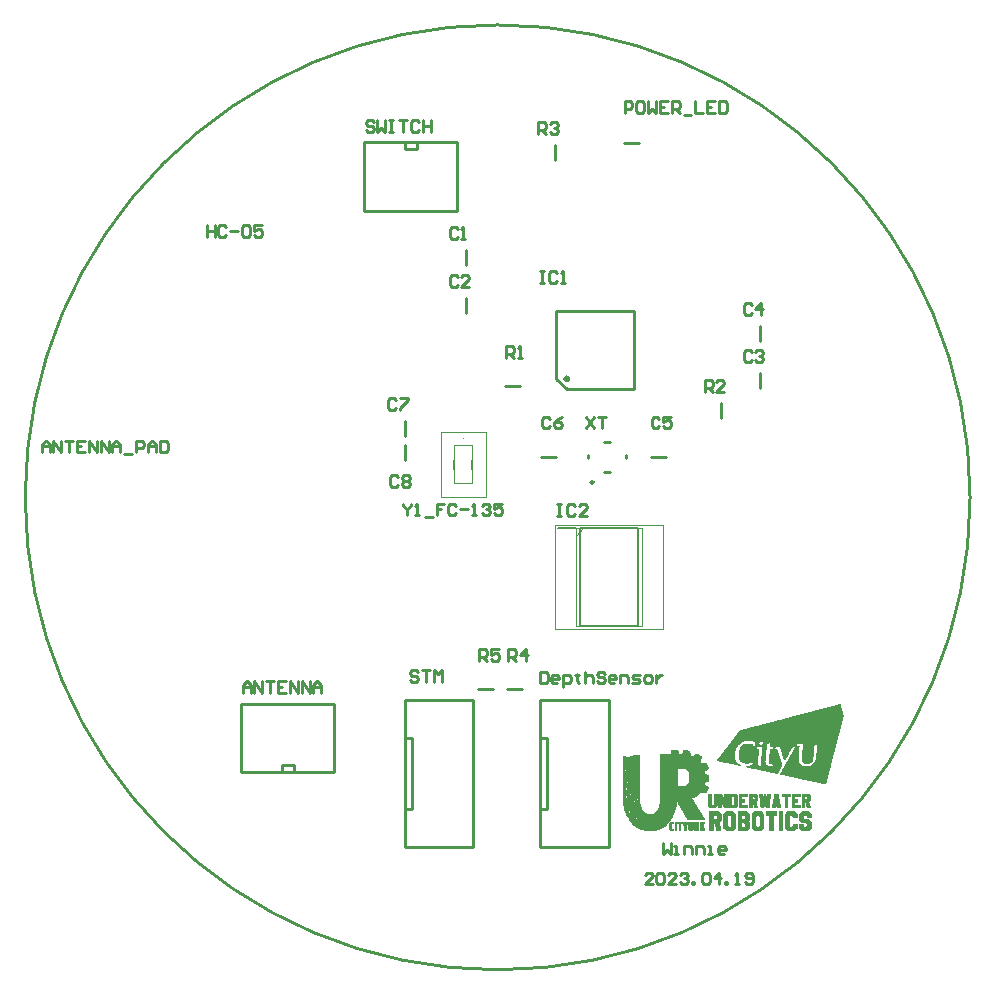
<source format=gto>
G04*
G04 #@! TF.GenerationSoftware,Altium Limited,Altium Designer,18.1.7 (191)*
G04*
G04 Layer_Color=65535*
%FSLAX25Y25*%
%MOIN*%
G70*
G01*
G75*
%ADD10C,0.00394*%
%ADD11C,0.01000*%
%ADD12C,0.00080*%
%ADD13C,0.00787*%
%ADD14C,0.00197*%
D10*
X432000Y327555D02*
G03*
X432000Y327161I0J-197D01*
G01*
D02*
G03*
X432000Y327555I0J197D01*
G01*
X429047Y324799D02*
X434953D01*
Y312201D02*
Y324799D01*
X429047Y312201D02*
X434953D01*
X429047D02*
Y324799D01*
X469476Y297339D02*
X491524D01*
Y264661D02*
Y297339D01*
X469476Y264661D02*
X491524D01*
X469476D02*
Y297339D01*
Y294779D02*
X472035Y297339D01*
X424520Y329327D02*
X439480D01*
X424520Y307673D02*
Y329327D01*
Y307673D02*
X439480D01*
Y329327D01*
D11*
X467207Y347000D02*
G03*
X467207Y347000I-707J0D01*
G01*
X475500Y312500D02*
G03*
X475500Y312500I-500J0D01*
G01*
X446610Y243500D02*
X451610D01*
X437000D02*
X442000D01*
X462500Y420000D02*
Y425000D01*
X518000Y334000D02*
Y339000D01*
X446020Y344500D02*
X451020D01*
X485500Y425500D02*
X490500D01*
X412532Y319921D02*
Y324921D01*
X460110Y203689D02*
Y227311D01*
X457693Y190894D02*
Y240106D01*
X480527Y190894D02*
Y240106D01*
X457693Y203689D02*
X460110D01*
X457693Y227311D02*
X460110D01*
X457693Y190894D02*
X480527D01*
X457693Y240106D02*
X480527D01*
X414937Y203689D02*
Y227311D01*
X412520Y190894D02*
Y240106D01*
X435354Y190894D02*
Y240106D01*
X412520Y203689D02*
X414937D01*
X412520Y227311D02*
X414937D01*
X412520Y190894D02*
X435354D01*
X412520Y240106D02*
X435354D01*
X412532Y327921D02*
Y332921D01*
X433000Y369000D02*
Y374000D01*
X458000Y321000D02*
X463000D01*
Y369500D02*
X489000D01*
Y343500D02*
Y369500D01*
X466500Y343500D02*
X489000D01*
X463000Y347000D02*
X466500Y343500D01*
X463000Y347000D02*
Y369500D01*
X433000Y385000D02*
Y390000D01*
X479000Y325921D02*
X481000D01*
X479000Y316079D02*
X481000D01*
X486299Y320500D02*
X486299Y321500D01*
X473701D02*
X473701Y320500D01*
X494500Y321000D02*
X499500D01*
X531000Y344000D02*
Y349000D01*
X375500Y215894D02*
Y218311D01*
X371532Y215894D02*
Y218311D01*
X375468D02*
X375500D01*
X371532D02*
X375468D01*
X359720Y215894D02*
X387280D01*
X359720Y238728D02*
X387280D01*
Y215894D02*
X389000D01*
Y238728D01*
X387280D02*
X389000D01*
X358000D02*
X359720D01*
X358000Y215894D02*
Y238728D01*
Y215894D02*
X359720D01*
X531000Y359500D02*
Y364500D01*
X412500Y423500D02*
Y425917D01*
X416468Y423500D02*
Y425917D01*
X412500Y423500D02*
X412532D01*
X416468D01*
X400721Y425917D02*
X428279D01*
X400721Y403083D02*
X428279D01*
X399000Y425917D02*
X400721D01*
X399000Y403083D02*
Y425917D01*
Y403083D02*
X400721D01*
X428279D02*
X430000D01*
Y425917D01*
X428279D02*
X430000D01*
X498512Y192436D02*
Y188500D01*
X499824Y189812D01*
X501136Y188500D01*
Y192436D01*
X502448Y188500D02*
X503759D01*
X503103D01*
Y191124D01*
X502448D01*
X505727Y188500D02*
Y191124D01*
X507695D01*
X508351Y190468D01*
Y188500D01*
X509663D02*
Y191124D01*
X511631D01*
X512287Y190468D01*
Y188500D01*
X513599D02*
X514911D01*
X514255D01*
Y191124D01*
X513599D01*
X518847Y188500D02*
X517535D01*
X516879Y189156D01*
Y190468D01*
X517535Y191124D01*
X518847D01*
X519502Y190468D01*
Y189812D01*
X516879D01*
X495124Y178500D02*
X492500D01*
X495124Y181124D01*
Y181780D01*
X494468Y182436D01*
X493156D01*
X492500Y181780D01*
X496436D02*
X497092Y182436D01*
X498404D01*
X499060Y181780D01*
Y179156D01*
X498404Y178500D01*
X497092D01*
X496436Y179156D01*
Y181780D01*
X502995Y178500D02*
X500372D01*
X502995Y181124D01*
Y181780D01*
X502339Y182436D01*
X501027D01*
X500372Y181780D01*
X504307D02*
X504963Y182436D01*
X506275D01*
X506931Y181780D01*
Y181124D01*
X506275Y180468D01*
X505619D01*
X506275D01*
X506931Y179812D01*
Y179156D01*
X506275Y178500D01*
X504963D01*
X504307Y179156D01*
X508243Y178500D02*
Y179156D01*
X508899D01*
Y178500D01*
X508243D01*
X511523Y181780D02*
X512179Y182436D01*
X513491D01*
X514147Y181780D01*
Y179156D01*
X513491Y178500D01*
X512179D01*
X511523Y179156D01*
Y181780D01*
X517426Y178500D02*
Y182436D01*
X515458Y180468D01*
X518082D01*
X519394Y178500D02*
Y179156D01*
X520050D01*
Y178500D01*
X519394D01*
X522674D02*
X523986D01*
X523330D01*
Y182436D01*
X522674Y181780D01*
X525954Y179156D02*
X526610Y178500D01*
X527922D01*
X528578Y179156D01*
Y181780D01*
X527922Y182436D01*
X526610D01*
X525954Y181780D01*
Y181124D01*
X526610Y180468D01*
X528578D01*
X437300Y252978D02*
Y256914D01*
X439268D01*
X439924Y256258D01*
Y254946D01*
X439268Y254290D01*
X437300D01*
X438612D02*
X439924Y252978D01*
X443860Y256914D02*
X441236D01*
Y254946D01*
X442548Y255602D01*
X443204D01*
X443860Y254946D01*
Y253634D01*
X443204Y252978D01*
X441892D01*
X441236Y253634D01*
X447000Y253000D02*
Y256936D01*
X448968D01*
X449624Y256280D01*
Y254968D01*
X448968Y254312D01*
X447000D01*
X448312D02*
X449624Y253000D01*
X452904D02*
Y256936D01*
X450936Y254968D01*
X453560D01*
X346500Y398381D02*
Y394445D01*
Y396413D01*
X349124D01*
Y398381D01*
Y394445D01*
X353060Y397725D02*
X352404Y398381D01*
X351092D01*
X350436Y397725D01*
Y395101D01*
X351092Y394445D01*
X352404D01*
X353060Y395101D01*
X354372Y396413D02*
X356995D01*
X358307Y397725D02*
X358963Y398381D01*
X360275D01*
X360931Y397725D01*
Y395101D01*
X360275Y394445D01*
X358963D01*
X358307Y395101D01*
Y397725D01*
X364867Y398381D02*
X362243D01*
Y396413D01*
X363555Y397069D01*
X364211D01*
X364867Y396413D01*
Y395101D01*
X364211Y394445D01*
X362899D01*
X362243Y395101D01*
X485800Y435700D02*
Y439636D01*
X487768D01*
X488424Y438980D01*
Y437668D01*
X487768Y437012D01*
X485800D01*
X491704Y439636D02*
X490392D01*
X489736Y438980D01*
Y436356D01*
X490392Y435700D01*
X491704D01*
X492360Y436356D01*
Y438980D01*
X491704Y439636D01*
X493672D02*
Y435700D01*
X494983Y437012D01*
X496295Y435700D01*
Y439636D01*
X500231D02*
X497607D01*
Y435700D01*
X500231D01*
X497607Y437668D02*
X498919D01*
X501543Y435700D02*
Y439636D01*
X503511D01*
X504167Y438980D01*
Y437668D01*
X503511Y437012D01*
X501543D01*
X502855D02*
X504167Y435700D01*
X505479Y435044D02*
X508103D01*
X509414Y439636D02*
Y435700D01*
X512038D01*
X515974Y439636D02*
X513350D01*
Y435700D01*
X515974D01*
X513350Y437668D02*
X514662D01*
X517286Y439636D02*
Y435700D01*
X519254D01*
X519910Y436356D01*
Y438980D01*
X519254Y439636D01*
X517286D01*
X463400Y305336D02*
X464712D01*
X464056D01*
Y301400D01*
X463400D01*
X464712D01*
X469304Y304680D02*
X468648Y305336D01*
X467336D01*
X466680Y304680D01*
Y302056D01*
X467336Y301400D01*
X468648D01*
X469304Y302056D01*
X473239Y301400D02*
X470615D01*
X473239Y304024D01*
Y304680D01*
X472583Y305336D01*
X471272D01*
X470615Y304680D01*
X412000Y305436D02*
Y304780D01*
X413312Y303468D01*
X414624Y304780D01*
Y305436D01*
X413312Y303468D02*
Y301500D01*
X415936D02*
X417248D01*
X416592D01*
Y305436D01*
X415936Y304780D01*
X419215Y300844D02*
X421839D01*
X425775Y305436D02*
X423151D01*
Y303468D01*
X424463D01*
X423151D01*
Y301500D01*
X429711Y304780D02*
X429055Y305436D01*
X427743D01*
X427087Y304780D01*
Y302156D01*
X427743Y301500D01*
X429055D01*
X429711Y302156D01*
X431023Y303468D02*
X433647D01*
X434959Y301500D02*
X436270D01*
X435614D01*
Y305436D01*
X434959Y304780D01*
X438238D02*
X438894Y305436D01*
X440206D01*
X440862Y304780D01*
Y304124D01*
X440206Y303468D01*
X439550D01*
X440206D01*
X440862Y302812D01*
Y302156D01*
X440206Y301500D01*
X438894D01*
X438238Y302156D01*
X444798Y305436D02*
X442174D01*
Y303468D01*
X443486Y304124D01*
X444142D01*
X444798Y303468D01*
Y302156D01*
X444142Y301500D01*
X442830D01*
X442174Y302156D01*
X473100Y334436D02*
X475724Y330500D01*
Y334436D02*
X473100Y330500D01*
X477036Y334436D02*
X479660D01*
X478348D01*
Y330500D01*
X402124Y432680D02*
X401468Y433336D01*
X400156D01*
X399500Y432680D01*
Y432024D01*
X400156Y431368D01*
X401468D01*
X402124Y430712D01*
Y430056D01*
X401468Y429400D01*
X400156D01*
X399500Y430056D01*
X403436Y433336D02*
Y429400D01*
X404748Y430712D01*
X406060Y429400D01*
Y433336D01*
X407372D02*
X408683D01*
X408027D01*
Y429400D01*
X407372D01*
X408683D01*
X410651Y433336D02*
X413275D01*
X411963D01*
Y429400D01*
X417211Y432680D02*
X416555Y433336D01*
X415243D01*
X414587Y432680D01*
Y430056D01*
X415243Y429400D01*
X416555D01*
X417211Y430056D01*
X418523Y433336D02*
Y429400D01*
Y431368D01*
X421147D01*
Y433336D01*
Y429400D01*
X457000Y428700D02*
Y432636D01*
X458968D01*
X459624Y431980D01*
Y430668D01*
X458968Y430012D01*
X457000D01*
X458312D02*
X459624Y428700D01*
X460936Y431980D02*
X461592Y432636D01*
X462904D01*
X463560Y431980D01*
Y431324D01*
X462904Y430668D01*
X462248D01*
X462904D01*
X463560Y430012D01*
Y429356D01*
X462904Y428700D01*
X461592D01*
X460936Y429356D01*
X512500Y342700D02*
Y346636D01*
X514468D01*
X515124Y345980D01*
Y344668D01*
X514468Y344012D01*
X512500D01*
X513812D02*
X515124Y342700D01*
X519060D02*
X516436D01*
X519060Y345324D01*
Y345980D01*
X518404Y346636D01*
X517092D01*
X516436Y345980D01*
X446320Y354000D02*
Y357936D01*
X448288D01*
X448944Y357280D01*
Y355968D01*
X448288Y355312D01*
X446320D01*
X447632D02*
X448944Y354000D01*
X450255D02*
X451567D01*
X450911D01*
Y357936D01*
X450255Y357280D01*
X457500Y249436D02*
Y245500D01*
X459468D01*
X460124Y246156D01*
Y248780D01*
X459468Y249436D01*
X457500D01*
X463404Y245500D02*
X462092D01*
X461436Y246156D01*
Y247468D01*
X462092Y248124D01*
X463404D01*
X464060Y247468D01*
Y246812D01*
X461436D01*
X465372Y244188D02*
Y248124D01*
X467339D01*
X467995Y247468D01*
Y246156D01*
X467339Y245500D01*
X465372D01*
X469963Y248780D02*
Y248124D01*
X469307D01*
X470619D01*
X469963D01*
Y246156D01*
X470619Y245500D01*
X472587Y249436D02*
Y245500D01*
Y247468D01*
X473243Y248124D01*
X474555D01*
X475211Y247468D01*
Y245500D01*
X479147Y248780D02*
X478491Y249436D01*
X477179D01*
X476523Y248780D01*
Y248124D01*
X477179Y247468D01*
X478491D01*
X479147Y246812D01*
Y246156D01*
X478491Y245500D01*
X477179D01*
X476523Y246156D01*
X482426Y245500D02*
X481114D01*
X480458Y246156D01*
Y247468D01*
X481114Y248124D01*
X482426D01*
X483082Y247468D01*
Y246812D01*
X480458D01*
X484394Y245500D02*
Y248124D01*
X486362D01*
X487018Y247468D01*
Y245500D01*
X488330D02*
X490298D01*
X490954Y246156D01*
X490298Y246812D01*
X488986D01*
X488330Y247468D01*
X488986Y248124D01*
X490954D01*
X492922Y245500D02*
X494234D01*
X494889Y246156D01*
Y247468D01*
X494234Y248124D01*
X492922D01*
X492266Y247468D01*
Y246156D01*
X492922Y245500D01*
X496201Y248124D02*
Y245500D01*
Y246812D01*
X496857Y247468D01*
X497513Y248124D01*
X498169D01*
X417061Y249280D02*
X416405Y249936D01*
X415093D01*
X414437Y249280D01*
Y248624D01*
X415093Y247968D01*
X416405D01*
X417061Y247312D01*
Y246656D01*
X416405Y246000D01*
X415093D01*
X414437Y246656D01*
X418373Y249936D02*
X420997D01*
X419685D01*
Y246000D01*
X422308D02*
Y249936D01*
X423620Y248624D01*
X424932Y249936D01*
Y246000D01*
X457500Y382936D02*
X458812D01*
X458156D01*
Y379000D01*
X457500D01*
X458812D01*
X463404Y382280D02*
X462748Y382936D01*
X461436D01*
X460780Y382280D01*
Y379656D01*
X461436Y379000D01*
X462748D01*
X463404Y379656D01*
X464715Y379000D02*
X466027D01*
X465372D01*
Y382936D01*
X464715Y382280D01*
X410218Y314201D02*
X409562Y314857D01*
X408251D01*
X407594Y314201D01*
Y311577D01*
X408251Y310921D01*
X409562D01*
X410218Y311577D01*
X411530Y314201D02*
X412186Y314857D01*
X413498D01*
X414154Y314201D01*
Y313545D01*
X413498Y312889D01*
X414154Y312233D01*
Y311577D01*
X413498Y310921D01*
X412186D01*
X411530Y311577D01*
Y312233D01*
X412186Y312889D01*
X411530Y313545D01*
Y314201D01*
X412186Y312889D02*
X413498D01*
X409618Y339901D02*
X408962Y340557D01*
X407651D01*
X406994Y339901D01*
Y337277D01*
X407651Y336621D01*
X408962D01*
X409618Y337277D01*
X410930Y340557D02*
X413554D01*
Y339901D01*
X410930Y337277D01*
Y336621D01*
X460924Y333780D02*
X460268Y334436D01*
X458956D01*
X458300Y333780D01*
Y331156D01*
X458956Y330500D01*
X460268D01*
X460924Y331156D01*
X464860Y334436D02*
X463548Y333780D01*
X462236Y332468D01*
Y331156D01*
X462892Y330500D01*
X464204D01*
X464860Y331156D01*
Y331812D01*
X464204Y332468D01*
X462236D01*
X497424Y333780D02*
X496768Y334436D01*
X495456D01*
X494800Y333780D01*
Y331156D01*
X495456Y330500D01*
X496768D01*
X497424Y331156D01*
X501360Y334436D02*
X498736D01*
Y332468D01*
X500048Y333124D01*
X500704D01*
X501360Y332468D01*
Y331156D01*
X500704Y330500D01*
X499392D01*
X498736Y331156D01*
X528124Y371480D02*
X527468Y372136D01*
X526156D01*
X525500Y371480D01*
Y368856D01*
X526156Y368200D01*
X527468D01*
X528124Y368856D01*
X531404Y368200D02*
Y372136D01*
X529436Y370168D01*
X532060D01*
X528124Y355980D02*
X527468Y356636D01*
X526156D01*
X525500Y355980D01*
Y353356D01*
X526156Y352700D01*
X527468D01*
X528124Y353356D01*
X529436Y355980D02*
X530092Y356636D01*
X531404D01*
X532060Y355980D01*
Y355324D01*
X531404Y354668D01*
X530748D01*
X531404D01*
X532060Y354012D01*
Y353356D01*
X531404Y352700D01*
X530092D01*
X529436Y353356D01*
X430124Y380980D02*
X429468Y381636D01*
X428156D01*
X427500Y380980D01*
Y378356D01*
X428156Y377700D01*
X429468D01*
X430124Y378356D01*
X434060Y377700D02*
X431436D01*
X434060Y380324D01*
Y380980D01*
X433404Y381636D01*
X432092D01*
X431436Y380980D01*
X430124Y396980D02*
X429468Y397636D01*
X428156D01*
X427500Y396980D01*
Y394356D01*
X428156Y393700D01*
X429468D01*
X430124Y394356D01*
X431436Y393700D02*
X432748D01*
X432092D01*
Y397636D01*
X431436Y396980D01*
X358500Y242235D02*
Y244858D01*
X359812Y246170D01*
X361124Y244858D01*
Y242235D01*
Y244202D01*
X358500D01*
X362436Y242235D02*
Y246170D01*
X365060Y242235D01*
Y246170D01*
X366371D02*
X368995D01*
X367683D01*
Y242235D01*
X372931Y246170D02*
X370307D01*
Y242235D01*
X372931D01*
X370307Y244202D02*
X371619D01*
X374243Y242235D02*
Y246170D01*
X376867Y242235D01*
Y246170D01*
X378179Y242235D02*
Y246170D01*
X380802Y242235D01*
Y246170D01*
X382114Y242235D02*
Y244858D01*
X383426Y246170D01*
X384738Y244858D01*
Y242235D01*
Y244202D01*
X382114D01*
X291500Y322500D02*
Y325124D01*
X292812Y326436D01*
X294124Y325124D01*
Y322500D01*
Y324468D01*
X291500D01*
X295436Y322500D02*
Y326436D01*
X298060Y322500D01*
Y326436D01*
X299372D02*
X301995D01*
X300683D01*
Y322500D01*
X305931Y326436D02*
X303307D01*
Y322500D01*
X305931D01*
X303307Y324468D02*
X304619D01*
X307243Y322500D02*
Y326436D01*
X309867Y322500D01*
Y326436D01*
X311179Y322500D02*
Y326436D01*
X313803Y322500D01*
Y326436D01*
X315114Y322500D02*
Y325124D01*
X316426Y326436D01*
X317738Y325124D01*
Y322500D01*
Y324468D01*
X315114D01*
X319050Y321844D02*
X321674D01*
X322986Y322500D02*
Y326436D01*
X324954D01*
X325610Y325780D01*
Y324468D01*
X324954Y323812D01*
X322986D01*
X326922Y322500D02*
Y325124D01*
X328234Y326436D01*
X329545Y325124D01*
Y322500D01*
Y324468D01*
X326922D01*
X330857Y326436D02*
Y322500D01*
X332825D01*
X333481Y323156D01*
Y325780D01*
X332825Y326436D01*
X330857D01*
X600980Y307500D02*
G03*
X600980Y307500I-157480J0D01*
G01*
D12*
X518760Y219440D02*
X522840D01*
X519160Y219360D02*
X522920D01*
X519480Y219280D02*
X522920D01*
X519880Y219200D02*
X523000D01*
X520280Y219120D02*
X523080D01*
X520600Y219040D02*
X523160D01*
X521000Y218960D02*
X523240D01*
X521400Y218880D02*
X523320D01*
X521720Y218800D02*
X523400D01*
X522120Y218720D02*
X523480D01*
X522520Y218640D02*
X523640D01*
X522840Y218560D02*
X523800D01*
X523240Y218480D02*
X523880D01*
X523560Y218400D02*
X524040D01*
X523960Y218320D02*
X524200D01*
X521640Y226560D02*
X526040D01*
X521640Y226480D02*
X525720D01*
X521560Y226400D02*
X525400D01*
X521480Y226320D02*
X525240D01*
X521400Y226240D02*
X525000D01*
X521400Y226160D02*
X524840D01*
X521320Y226080D02*
X524680D01*
X521240Y226000D02*
X524520D01*
X521160Y225920D02*
X524440D01*
X521160Y225840D02*
X524280D01*
X521080Y225760D02*
X524200D01*
X521000Y225680D02*
X524120D01*
X520920Y225600D02*
X523960D01*
X520920Y225520D02*
X523880D01*
X520840Y225440D02*
X523800D01*
X520760Y225360D02*
X523720D01*
X520680Y225280D02*
X523640D01*
X520680Y225200D02*
X523560D01*
X520600Y225120D02*
X523480D01*
X520520Y225040D02*
X523400D01*
X520440Y224960D02*
X523320D01*
X520360Y224880D02*
X523320D01*
X520360Y224800D02*
X523240D01*
X520280Y224720D02*
X523160D01*
X520200Y224640D02*
X523080D01*
X520120Y224560D02*
X523080D01*
X520120Y224480D02*
X523000D01*
X520040Y224400D02*
X523000D01*
X519960Y224320D02*
X522920D01*
X519880Y224240D02*
X522840D01*
X519880Y224160D02*
X522840D01*
X519800Y224080D02*
X522760D01*
X519720Y224000D02*
X522760D01*
X519640Y223920D02*
X522680D01*
X519640Y223840D02*
X522680D01*
X519560Y223760D02*
X522680D01*
X519480Y223680D02*
X522600D01*
X519400Y223600D02*
X522600D01*
X519320Y223520D02*
X522520D01*
X519320Y223440D02*
X522520D01*
X519240Y223360D02*
X522520D01*
X519160Y223280D02*
X522440D01*
X519080Y223200D02*
X522440D01*
X519080Y223120D02*
X522440D01*
X519000Y223040D02*
X522440D01*
X518920Y222960D02*
X522360D01*
X518840Y222880D02*
X522360D01*
X518840Y222800D02*
X522360D01*
X518760Y222720D02*
X522360D01*
X531480Y221920D02*
X532680D01*
X531480Y221840D02*
X532680D01*
X531480Y221760D02*
X532600D01*
X531480Y221680D02*
X532600D01*
X531480Y221600D02*
X532600D01*
X531480Y221520D02*
X532600D01*
X531480Y221440D02*
X532600D01*
X531480Y221360D02*
X532600D01*
X531480Y221280D02*
X532600D01*
X531480Y221200D02*
X532600D01*
X531400Y221120D02*
X532600D01*
X531400Y221040D02*
X532600D01*
X531400Y220960D02*
X532600D01*
X531400Y220880D02*
X532600D01*
X531400Y220800D02*
X532520D01*
X531400Y220720D02*
X532520D01*
X531400Y220640D02*
X532520D01*
X531400Y220560D02*
X532520D01*
X531400Y220480D02*
X532520D01*
X531400Y220400D02*
X532520D01*
X531400Y220320D02*
X532520D01*
X531400Y220240D02*
X532520D01*
X531320Y220160D02*
X532520D01*
X531320Y220080D02*
X532520D01*
X531320Y220000D02*
X532520D01*
X531320Y219920D02*
X532440D01*
X531320Y219840D02*
X532440D01*
X531320Y219760D02*
X532440D01*
X531320Y219680D02*
X532440D01*
X531320Y219600D02*
X532440D01*
X531320Y219520D02*
X532440D01*
X531320Y219440D02*
X532520D01*
X531320Y219360D02*
X532520D01*
X528280Y219280D02*
X529880D01*
X531240D02*
X532520D01*
X528520Y219200D02*
X529880D01*
X531240D02*
X532520D01*
X528600Y219120D02*
X529880D01*
X531240D02*
X532520D01*
X528760Y219040D02*
X529880D01*
X531240D02*
X532520D01*
X528840Y218960D02*
X529880D01*
X531240D02*
X532600D01*
X528840Y218880D02*
X529880D01*
X531240D02*
X532600D01*
X528920Y218800D02*
X529880D01*
X531240D02*
X532600D01*
X528920Y218720D02*
X529880D01*
X531240D02*
X532680D01*
X528760Y218640D02*
X529960D01*
X531240D02*
X532680D01*
X528600Y218560D02*
X529960D01*
X531240D02*
X532760D01*
X528440Y218480D02*
X529960D01*
X531240D02*
X532760D01*
X528360Y218400D02*
X530040D01*
X531240D02*
X532840D01*
X528120Y218320D02*
X530120D01*
X531160D02*
X532920D01*
X527960Y218240D02*
X530200D01*
X531160D02*
X533000D01*
X527720Y218160D02*
X530280D01*
X531160D02*
X533160D01*
X527480Y218080D02*
X530360D01*
X531160D02*
X533320D01*
X527080Y218000D02*
X530520D01*
X531160D02*
X533480D01*
X531160Y217920D02*
X533880D01*
X528600Y226400D02*
X531160D01*
X528840Y226320D02*
X530920D01*
X529080Y226240D02*
X530760D01*
X529240Y226160D02*
X530680D01*
X529400Y226080D02*
X530600D01*
X529400Y226000D02*
X530520D01*
X529400Y225920D02*
X530520D01*
X531880D02*
X534280D01*
X529400Y225840D02*
X530520D01*
X531880D02*
X533960D01*
X529400Y225760D02*
X530440D01*
X531880D02*
X533640D01*
X529400Y225680D02*
X530440D01*
X531880D02*
X533240D01*
X529400Y225600D02*
X530440D01*
X531880D02*
X533000D01*
X529400Y225520D02*
X530440D01*
X531800D02*
X532920D01*
X529400Y225440D02*
X530440D01*
X531800D02*
X532920D01*
X529320Y225360D02*
X530520D01*
X531720D02*
X532920D01*
X529320Y225280D02*
X530520D01*
X531720D02*
X532920D01*
X529320Y225200D02*
X530600D01*
X531640D02*
X532920D01*
X529320Y225120D02*
X530680D01*
X531560D02*
X532920D01*
X529320Y225040D02*
X530840D01*
X531400D02*
X532920D01*
X529320Y224960D02*
X532920D01*
X529320Y224880D02*
X532920D01*
X529320Y224800D02*
X532920D01*
X531720Y224480D02*
X532840D01*
X531720Y224400D02*
X532840D01*
X531720Y224320D02*
X532840D01*
X531720Y224240D02*
X532840D01*
X531720Y224160D02*
X532840D01*
X531720Y224080D02*
X532840D01*
X531720Y224000D02*
X532840D01*
X531720Y223920D02*
X532840D01*
X531640Y223840D02*
X532840D01*
X531640Y223760D02*
X532840D01*
X531640Y223680D02*
X532840D01*
X531640Y223600D02*
X532760D01*
X531640Y223520D02*
X532760D01*
X531640Y223440D02*
X532760D01*
X531640Y223360D02*
X532760D01*
X531640Y223280D02*
X532760D01*
X531640Y223200D02*
X532760D01*
X531640Y223120D02*
X532760D01*
X531640Y223040D02*
X532760D01*
X531640Y222960D02*
X532760D01*
X531560Y222880D02*
X532760D01*
X531560Y222800D02*
X532760D01*
X531560Y222720D02*
X532680D01*
X531560Y222640D02*
X532680D01*
X531560Y222560D02*
X532680D01*
X531560Y222480D02*
X532680D01*
X531560Y222400D02*
X532680D01*
X531560Y222320D02*
X532680D01*
X531560Y222240D02*
X532680D01*
X531560Y222160D02*
X532680D01*
X531560Y222080D02*
X532680D01*
X538440Y221920D02*
X540040D01*
X538440Y221840D02*
X539960D01*
X538440Y221760D02*
X539960D01*
X538520Y221680D02*
X539880D01*
X538520Y221600D02*
X539880D01*
X538520Y221520D02*
X539800D01*
X538600Y221440D02*
X539800D01*
X538600Y221360D02*
X539720D01*
X538600Y221280D02*
X539640D01*
X538680Y221200D02*
X539640D01*
X538680Y221120D02*
X539560D01*
X538680Y221040D02*
X539560D01*
X538680Y220960D02*
X539480D01*
X538760Y220880D02*
X539480D01*
X538760Y220800D02*
X539400D01*
X538760Y220720D02*
X539400D01*
X538840Y220640D02*
X539320D01*
X538840Y220560D02*
X539320D01*
X538840Y220480D02*
X539240D01*
X538920Y220400D02*
X539160D01*
X538920Y220320D02*
X539160D01*
X538920Y220240D02*
X539080D01*
X539000Y220160D02*
X539080D01*
X534760Y218800D02*
X537960D01*
X535000Y218720D02*
X537960D01*
X535080Y218640D02*
X537960D01*
X535160Y218560D02*
X537960D01*
X535240Y218480D02*
X538040D01*
X535240Y218400D02*
X538040D01*
X535320Y218320D02*
X538040D01*
X535320Y218240D02*
X538040D01*
X535320Y218160D02*
X537960D01*
X535320Y218080D02*
X537960D01*
X535160Y218000D02*
X537880D01*
X535080Y215920D02*
X536760D01*
X535480Y215840D02*
X536680D01*
X535800Y215760D02*
X536680D01*
X536200Y215680D02*
X536600D01*
X535400Y224480D02*
X535800D01*
X537560D02*
X541960D01*
X535400Y224400D02*
X535800D01*
X537640D02*
X541720D01*
X535320Y224320D02*
X535800D01*
X537640D02*
X541560D01*
X535320Y224240D02*
X535720D01*
X537640D02*
X541480D01*
X535320Y224160D02*
X535720D01*
X537720D02*
X541320D01*
X535320Y224080D02*
X535720D01*
X537720D02*
X541240D01*
X535320Y224000D02*
X535720D01*
X537720D02*
X541160D01*
X535320Y223920D02*
X535720D01*
X537800D02*
X541160D01*
X535320Y223840D02*
X535720D01*
X537800D02*
X541080D01*
X535320Y223760D02*
X535720D01*
X537800D02*
X541000D01*
X535320Y223680D02*
X535720D01*
X537880D02*
X541000D01*
X535240Y223600D02*
X535720D01*
X537880D02*
X540920D01*
X537880Y223520D02*
X540920D01*
X537960Y223440D02*
X540840D01*
X537960Y223360D02*
X540840D01*
X537960Y223280D02*
X540760D01*
X538040Y223200D02*
X540760D01*
X538040Y223120D02*
X540680D01*
X538040Y223040D02*
X540600D01*
X538120Y222960D02*
X540600D01*
X538120Y222880D02*
X540520D01*
X538120Y222800D02*
X540520D01*
X538120Y222720D02*
X540440D01*
X538200Y222640D02*
X540440D01*
X538200Y222560D02*
X540360D01*
X538200Y222480D02*
X540360D01*
X538280Y222400D02*
X540280D01*
X538280Y222320D02*
X540280D01*
X538280Y222240D02*
X540200D01*
X538360Y222160D02*
X540120D01*
X538360Y222080D02*
X540120D01*
X545000Y221920D02*
X548520D01*
X545000Y221840D02*
X548520D01*
X545000Y221760D02*
X548520D01*
X545000Y221680D02*
X548520D01*
X544920Y221600D02*
X548520D01*
X544920Y221520D02*
X548520D01*
X544920Y221440D02*
X548520D01*
X544920Y221360D02*
X548520D01*
X544920Y221280D02*
X548520D01*
X544920Y221200D02*
X548520D01*
X544920Y221120D02*
X548520D01*
X544920Y221040D02*
X548440D01*
X544920Y220960D02*
X548440D01*
X544920Y220880D02*
X548440D01*
X544920Y220800D02*
X548440D01*
X544920Y220720D02*
X548440D01*
X544920Y220640D02*
X548440D01*
X544920Y220560D02*
X548360D01*
X544920Y220480D02*
X548360D01*
X544920Y220400D02*
X548360D01*
X544920Y220320D02*
X548360D01*
X544920Y220240D02*
X548280D01*
X544920Y220160D02*
X548280D01*
X544920Y220080D02*
X548280D01*
X544920Y220000D02*
X548280D01*
X545000Y219920D02*
X548200D01*
X545000Y219840D02*
X548200D01*
X545000Y219760D02*
X548120D01*
X545080Y219680D02*
X548120D01*
X545080Y219600D02*
X548040D01*
X545160Y219520D02*
X548040D01*
X545160Y219440D02*
X547960D01*
X545240Y219360D02*
X547880D01*
X545320Y219280D02*
X547800D01*
X545400Y219200D02*
X547640D01*
X545480Y219120D02*
X547560D01*
X545640Y219040D02*
X547400D01*
X545800Y218960D02*
X547240D01*
X546040Y218880D02*
X546920D01*
X545320Y225440D02*
X549480D01*
X545320Y225360D02*
X549320D01*
X545240Y225280D02*
X549160D01*
X545240Y225200D02*
X549080D01*
X545240Y225120D02*
X549000D01*
X545240Y225040D02*
X548920D01*
X545240Y224960D02*
X548920D01*
X545240Y224880D02*
X548840D01*
X545240Y224800D02*
X548840D01*
X545240Y224720D02*
X548760D01*
X545240Y224640D02*
X548760D01*
X545240Y224560D02*
X548760D01*
X542760Y224480D02*
X543800D01*
X545240D02*
X548760D01*
X542760Y224400D02*
X543720D01*
X545240D02*
X548760D01*
X545160Y224320D02*
X548760D01*
X545160Y224240D02*
X548760D01*
X545160Y224160D02*
X548760D01*
X545160Y224080D02*
X548760D01*
X545160Y224000D02*
X548760D01*
X545160Y223920D02*
X548760D01*
X545160Y223840D02*
X548680D01*
X545160Y223760D02*
X548680D01*
X545160Y223680D02*
X548680D01*
X545160Y223600D02*
X548680D01*
X545160Y223520D02*
X548680D01*
X545080Y223440D02*
X548680D01*
X545080Y223360D02*
X548680D01*
X545080Y223280D02*
X548680D01*
X545080Y223200D02*
X548680D01*
X545080Y223120D02*
X548680D01*
X545080Y223040D02*
X548680D01*
X545080Y222960D02*
X548680D01*
X545080Y222880D02*
X548600D01*
X545080Y222800D02*
X548600D01*
X545080Y222720D02*
X548600D01*
X545080Y222640D02*
X548600D01*
X545000Y222560D02*
X548600D01*
X545000Y222480D02*
X548600D01*
X545000Y222400D02*
X548600D01*
X545000Y222320D02*
X548600D01*
X545000Y222240D02*
X548600D01*
X545000Y222160D02*
X548600D01*
X545000Y222080D02*
X548600D01*
X551000Y212480D02*
X552760D01*
X551400Y212400D02*
X552760D01*
X551720Y212320D02*
X552680D01*
X552120Y212240D02*
X552680D01*
X552440Y212160D02*
X552600D01*
X554920Y237920D02*
X557640D01*
X554600Y237840D02*
X557640D01*
X554280Y237760D02*
X557720D01*
X553960Y237680D02*
X557720D01*
X553640Y237600D02*
X557720D01*
X553320Y237520D02*
X557720D01*
X553080Y237440D02*
X557800D01*
X552760Y237360D02*
X557800D01*
X552440Y237280D02*
X557800D01*
X552120Y237200D02*
X557880D01*
X551800Y237120D02*
X557880D01*
X551560Y237040D02*
X557880D01*
X551240Y236960D02*
X557960D01*
X550920Y236880D02*
X557960D01*
X557320Y238560D02*
X557400D01*
X557000Y238480D02*
X557480D01*
X556680Y238400D02*
X557480D01*
X556440Y238320D02*
X557480D01*
X556120Y238240D02*
X557560D01*
X555800Y238160D02*
X557560D01*
X555480Y238080D02*
X557560D01*
X531480Y222000D02*
X532680D01*
X538360D02*
X540040D01*
X545000D02*
X548600D01*
X555160Y238000D02*
X557640D01*
X518120Y221920D02*
X522200D01*
X523800D02*
X530120D01*
X534040D02*
X536920D01*
X518040Y221840D02*
X522200D01*
X523800D02*
X530120D01*
X534040D02*
X536920D01*
X518040Y221760D02*
X522200D01*
X523800D02*
X530120D01*
X534040D02*
X537000D01*
X517960Y221680D02*
X522200D01*
X523800D02*
X530040D01*
X534040D02*
X537000D01*
X517880Y221600D02*
X522200D01*
X523800D02*
X530040D01*
X534040D02*
X537000D01*
X517800Y221520D02*
X522200D01*
X523800D02*
X530040D01*
X534040D02*
X537080D01*
X517800Y221440D02*
X522200D01*
X523800D02*
X530040D01*
X534040D02*
X537080D01*
X517720Y221360D02*
X522200D01*
X523800D02*
X530040D01*
X534040D02*
X537080D01*
X517640Y221280D02*
X522200D01*
X523800D02*
X530040D01*
X534040D02*
X537160D01*
X517560Y221200D02*
X522200D01*
X523800D02*
X530040D01*
X534040D02*
X537160D01*
X517560Y221120D02*
X522200D01*
X523800D02*
X530040D01*
X533960D02*
X537160D01*
X517480Y221040D02*
X522200D01*
X523880D02*
X530040D01*
X533960D02*
X537240D01*
X517400Y220960D02*
X522280D01*
X523880D02*
X530040D01*
X533960D02*
X537240D01*
X517320Y220880D02*
X522280D01*
X523880D02*
X530040D01*
X533960D02*
X537240D01*
X517320Y220800D02*
X522280D01*
X523880D02*
X530040D01*
X533960D02*
X537320D01*
X517240Y220720D02*
X522280D01*
X523960D02*
X529960D01*
X533960D02*
X537320D01*
X517160Y220640D02*
X522280D01*
X523960D02*
X529960D01*
X533960D02*
X537320D01*
X517080Y220560D02*
X522360D01*
X523960D02*
X529960D01*
X533960D02*
X537320D01*
X517000Y220480D02*
X522360D01*
X524040D02*
X529960D01*
X533960D02*
X537400D01*
X517000Y220400D02*
X522360D01*
X524040D02*
X529960D01*
X533960D02*
X537400D01*
X516920Y220320D02*
X522440D01*
X524120D02*
X529960D01*
X533960D02*
X537400D01*
X516840Y220240D02*
X522440D01*
X524120D02*
X529960D01*
X533960D02*
X537480D01*
X516760Y220160D02*
X522440D01*
X524120D02*
X529960D01*
X533880D02*
X537480D01*
X516760Y220080D02*
X522520D01*
X524200D02*
X529960D01*
X533880D02*
X537480D01*
X516680Y220000D02*
X522520D01*
X524280D02*
X529960D01*
X533880D02*
X537560D01*
X516760Y219920D02*
X522520D01*
X524280D02*
X529960D01*
X533880D02*
X537560D01*
X516920Y219840D02*
X522600D01*
X524360D02*
X529880D01*
X533880D02*
X537560D01*
X517320Y219760D02*
X522600D01*
X524440D02*
X529880D01*
X533880D02*
X537640D01*
X517640Y219680D02*
X522680D01*
X524520D02*
X529880D01*
X533880D02*
X537640D01*
X518040Y219600D02*
X522760D01*
X524600D02*
X529880D01*
X533880D02*
X537640D01*
X518360Y219520D02*
X522760D01*
X524680D02*
X529880D01*
X533880D02*
X537720D01*
X524840Y219440D02*
X529880D01*
X533880D02*
X537720D01*
X525000Y219360D02*
X529880D01*
X533880D02*
X537720D01*
X525160Y219280D02*
X528040D01*
X533960D02*
X537800D01*
X525320Y219200D02*
X527800D01*
X533960D02*
X537800D01*
X525560Y219120D02*
X527480D01*
X533960D02*
X537800D01*
X525960Y219040D02*
X527000D01*
X534040D02*
X537880D01*
X534120Y218960D02*
X537880D01*
X534200Y218880D02*
X537880D01*
X526520Y217920D02*
X530840D01*
X534680D02*
X537880D01*
X526200Y217840D02*
X537800D01*
X526520Y217760D02*
X537720D01*
X526920Y217680D02*
X537720D01*
X527320Y217600D02*
X537640D01*
X527640Y217520D02*
X537640D01*
X528040Y217440D02*
X537560D01*
X528440Y217360D02*
X537560D01*
X528760Y217280D02*
X537480D01*
X529160Y217200D02*
X537480D01*
X529480Y217120D02*
X537400D01*
X529880Y217040D02*
X537400D01*
X530280Y216960D02*
X537320D01*
X530600Y216880D02*
X537240D01*
X531000Y216800D02*
X537240D01*
X531400Y216720D02*
X537160D01*
X531720Y216640D02*
X537160D01*
X532120Y216560D02*
X537080D01*
X532520Y216480D02*
X537080D01*
X532840Y216400D02*
X537000D01*
X533240Y216320D02*
X537000D01*
X533560Y216240D02*
X536920D01*
X533960Y216160D02*
X536920D01*
X534360Y216080D02*
X536840D01*
X534680Y216000D02*
X536760D01*
X526360Y225440D02*
X527720D01*
X525960Y225360D02*
X528040D01*
X525720Y225280D02*
X528280D01*
X525560Y225200D02*
X528360D01*
X525400Y225120D02*
X528360D01*
X525320Y225040D02*
X528360D01*
X525160Y224960D02*
X528360D01*
X525080Y224880D02*
X528280D01*
X525000Y224800D02*
X528280D01*
X524920Y224720D02*
X532920D01*
X524840Y224640D02*
X532920D01*
X524760Y224560D02*
X532840D01*
X524680Y224480D02*
X529560D01*
X524600Y224400D02*
X529560D01*
X524520Y224320D02*
X529560D01*
X524520Y224240D02*
X529560D01*
X524440Y224160D02*
X529560D01*
X524360Y224080D02*
X529560D01*
X524360Y224000D02*
X529560D01*
X524280Y223920D02*
X529560D01*
X524280Y223840D02*
X529560D01*
X524200Y223760D02*
X529480D01*
X524200Y223680D02*
X529480D01*
X524120Y223600D02*
X529480D01*
X524120Y223520D02*
X530200D01*
X534200D02*
X536440D01*
X524040Y223440D02*
X530200D01*
X534200D02*
X536440D01*
X524040Y223360D02*
X530200D01*
X534200D02*
X536440D01*
X524040Y223280D02*
X530200D01*
X534200D02*
X536520D01*
X523960Y223200D02*
X530200D01*
X534200D02*
X536520D01*
X523960Y223120D02*
X530200D01*
X534200D02*
X536520D01*
X523960Y223040D02*
X530200D01*
X534200D02*
X536600D01*
X523960Y222960D02*
X530200D01*
X534120D02*
X536600D01*
X523880Y222880D02*
X530200D01*
X534120D02*
X536600D01*
X523880Y222800D02*
X530200D01*
X534120D02*
X536680D01*
X523880Y222720D02*
X530200D01*
X534120D02*
X536680D01*
X518680Y222640D02*
X522280D01*
X523880D02*
X530120D01*
X534120D02*
X536680D01*
X518600Y222560D02*
X522280D01*
X523800D02*
X530120D01*
X534120D02*
X536760D01*
X518600Y222480D02*
X522280D01*
X523800D02*
X530120D01*
X534120D02*
X536760D01*
X518520Y222400D02*
X522280D01*
X523800D02*
X530120D01*
X534120D02*
X536760D01*
X518440Y222320D02*
X522280D01*
X523800D02*
X530120D01*
X534120D02*
X536760D01*
X518360Y222240D02*
X522280D01*
X523800D02*
X530120D01*
X534120D02*
X536840D01*
X518360Y222160D02*
X522200D01*
X523800D02*
X530120D01*
X534120D02*
X536840D01*
X518280Y222080D02*
X522200D01*
X523800D02*
X530120D01*
X534120D02*
X536840D01*
X544360Y213920D02*
X553080D01*
X544680Y213840D02*
X553080D01*
X545080Y213760D02*
X553080D01*
X545480Y213680D02*
X553080D01*
X545800Y213600D02*
X553000D01*
X546200Y213520D02*
X553000D01*
X546600Y213440D02*
X553000D01*
X546920Y213360D02*
X553000D01*
X547320Y213280D02*
X552920D01*
X547640Y213200D02*
X552920D01*
X548040Y213120D02*
X552920D01*
X548440Y213040D02*
X552920D01*
X548760Y212960D02*
X552840D01*
X549160Y212880D02*
X552840D01*
X549560Y212800D02*
X552840D01*
X549880Y212720D02*
X552840D01*
X550280Y212640D02*
X552760D01*
X550680Y212560D02*
X552760D01*
X541320Y221920D02*
X543560D01*
X549720D02*
X555160D01*
X541320Y221840D02*
X543560D01*
X549720D02*
X555160D01*
X541240Y221760D02*
X543560D01*
X549720D02*
X555080D01*
X541160Y221680D02*
X543560D01*
X549720D02*
X555080D01*
X541160Y221600D02*
X543560D01*
X549720D02*
X555080D01*
X541080Y221520D02*
X543480D01*
X549720D02*
X555080D01*
X541080Y221440D02*
X543480D01*
X549720D02*
X555000D01*
X541000Y221360D02*
X543480D01*
X549640D02*
X555000D01*
X541000Y221280D02*
X543480D01*
X549640D02*
X555000D01*
X540920Y221200D02*
X543480D01*
X549640D02*
X555000D01*
X540840Y221120D02*
X543480D01*
X549640D02*
X554920D01*
X540840Y221040D02*
X543480D01*
X549640D02*
X554920D01*
X540760Y220960D02*
X543480D01*
X549640D02*
X554920D01*
X540760Y220880D02*
X543480D01*
X549640D02*
X554920D01*
X540680Y220800D02*
X543480D01*
X549640D02*
X554840D01*
X540680Y220720D02*
X543480D01*
X549560D02*
X554840D01*
X540600Y220640D02*
X543480D01*
X549560D02*
X554840D01*
X540520Y220560D02*
X543480D01*
X549560D02*
X554840D01*
X540520Y220480D02*
X543480D01*
X549560D02*
X554760D01*
X540440Y220400D02*
X543480D01*
X549560D02*
X554760D01*
X540440Y220320D02*
X543480D01*
X549560D02*
X554760D01*
X540360Y220240D02*
X543480D01*
X549480D02*
X554760D01*
X540360Y220160D02*
X543480D01*
X549480D02*
X554680D01*
X540280Y220080D02*
X543480D01*
X549480D02*
X554680D01*
X540280Y220000D02*
X543480D01*
X549480D02*
X554680D01*
X540200Y219920D02*
X543480D01*
X549400D02*
X554680D01*
X540120Y219840D02*
X543560D01*
X549400D02*
X554600D01*
X540120Y219760D02*
X543560D01*
X549400D02*
X554600D01*
X540040Y219680D02*
X543560D01*
X549320D02*
X554600D01*
X540040Y219600D02*
X543560D01*
X549320D02*
X554600D01*
X539960Y219520D02*
X543560D01*
X549240D02*
X554520D01*
X539960Y219440D02*
X543640D01*
X549240D02*
X554520D01*
X539880Y219360D02*
X543640D01*
X549160D02*
X554520D01*
X539880Y219280D02*
X543640D01*
X549080D02*
X554520D01*
X539800Y219200D02*
X543720D01*
X549080D02*
X554440D01*
X539720Y219120D02*
X543720D01*
X549000D02*
X554440D01*
X539720Y219040D02*
X543800D01*
X548920D02*
X554440D01*
X539640Y218960D02*
X543800D01*
X548840D02*
X554440D01*
X539640Y218880D02*
X543880D01*
X548840D02*
X554360D01*
X539560Y218800D02*
X543960D01*
X548760D02*
X554360D01*
X539560Y218720D02*
X543960D01*
X548680D02*
X554360D01*
X539480Y218640D02*
X544040D01*
X548600D02*
X554280D01*
X539400Y218560D02*
X544120D01*
X548440D02*
X554280D01*
X539400Y218480D02*
X544200D01*
X548360D02*
X554280D01*
X539320Y218400D02*
X544360D01*
X548280D02*
X554280D01*
X539320Y218320D02*
X544440D01*
X548120D02*
X554200D01*
X539240Y218240D02*
X544600D01*
X547960D02*
X554200D01*
X539240Y218160D02*
X544760D01*
X547800D02*
X554200D01*
X539160Y218080D02*
X544920D01*
X547640D02*
X554200D01*
X539160Y218000D02*
X545240D01*
X547320D02*
X554120D01*
X539080Y217920D02*
X545720D01*
X546920D02*
X554120D01*
X539000Y217840D02*
X554120D01*
X539000Y217760D02*
X554120D01*
X538920Y217680D02*
X554040D01*
X538920Y217600D02*
X554040D01*
X538840Y217520D02*
X554040D01*
X538840Y217440D02*
X554040D01*
X538760Y217360D02*
X553960D01*
X538760Y215120D02*
X553400D01*
X539160Y215040D02*
X553400D01*
X539480Y214960D02*
X553400D01*
X539880Y214880D02*
X553320D01*
X540280Y214800D02*
X553320D01*
X540600Y214720D02*
X553320D01*
X541000Y214640D02*
X553320D01*
X541400Y214560D02*
X553240D01*
X541720Y214480D02*
X553240D01*
X542120Y214400D02*
X553240D01*
X542520Y214320D02*
X553240D01*
X542840Y214240D02*
X553160D01*
X543240Y214160D02*
X553160D01*
X543640Y214080D02*
X553160D01*
X550040Y225440D02*
X556040D01*
X550040Y225360D02*
X556040D01*
X550040Y225280D02*
X556040D01*
X550040Y225200D02*
X555960D01*
X550040Y225120D02*
X555960D01*
X550040Y225040D02*
X555960D01*
X549960Y224960D02*
X555960D01*
X549960Y224880D02*
X555880D01*
X549960Y224800D02*
X555880D01*
X549960Y224720D02*
X555880D01*
X549960Y224640D02*
X555880D01*
X549960Y224560D02*
X555800D01*
X549960Y224480D02*
X555800D01*
X549960Y224400D02*
X555800D01*
X542680Y224320D02*
X543720D01*
X549960D02*
X555800D01*
X542600Y224240D02*
X543720D01*
X549960D02*
X555720D01*
X542600Y224160D02*
X543720D01*
X549960D02*
X555720D01*
X542520Y224080D02*
X543720D01*
X549880D02*
X555720D01*
X542520Y224000D02*
X543720D01*
X549880D02*
X555720D01*
X542440Y223920D02*
X543720D01*
X549880D02*
X555640D01*
X542440Y223840D02*
X543720D01*
X549880D02*
X555640D01*
X542360Y223760D02*
X543720D01*
X549880D02*
X555640D01*
X542280Y223680D02*
X543720D01*
X549880D02*
X555640D01*
X542280Y223600D02*
X543720D01*
X549880D02*
X555560D01*
X542200Y223520D02*
X543720D01*
X549880D02*
X555560D01*
X542200Y223440D02*
X543640D01*
X549880D02*
X555560D01*
X542120Y223360D02*
X543640D01*
X549880D02*
X555560D01*
X542120Y223280D02*
X543640D01*
X549880D02*
X555480D01*
X542040Y223200D02*
X543640D01*
X549800D02*
X555480D01*
X542040Y223120D02*
X543640D01*
X549800D02*
X555480D01*
X541960Y223040D02*
X543640D01*
X549800D02*
X555480D01*
X541880Y222960D02*
X543640D01*
X549800D02*
X555400D01*
X541880Y222880D02*
X543640D01*
X549800D02*
X555400D01*
X541800Y222800D02*
X543640D01*
X549800D02*
X555400D01*
X541800Y222720D02*
X543640D01*
X549800D02*
X555320D01*
X541720Y222640D02*
X543640D01*
X549800D02*
X555320D01*
X541720Y222560D02*
X543640D01*
X549800D02*
X555320D01*
X541640Y222480D02*
X543560D01*
X549800D02*
X555320D01*
X541560Y222400D02*
X543560D01*
X549800D02*
X555240D01*
X541560Y222320D02*
X543560D01*
X549800D02*
X555240D01*
X541480Y222240D02*
X543560D01*
X549720D02*
X555240D01*
X541480Y222160D02*
X543560D01*
X549720D02*
X555240D01*
X541400Y222080D02*
X543560D01*
X549720D02*
X555160D01*
X550600Y236800D02*
X557960D01*
X550280Y236720D02*
X557960D01*
X549960Y236640D02*
X558040D01*
X549720Y236560D02*
X558040D01*
X549400Y236480D02*
X558040D01*
X549080Y236400D02*
X558120D01*
X548760Y236320D02*
X558120D01*
X548440Y236240D02*
X558120D01*
X548200Y236160D02*
X558200D01*
X547880Y236080D02*
X558200D01*
X547560Y236000D02*
X558200D01*
X547240Y235920D02*
X558200D01*
X546920Y235840D02*
X558280D01*
X546680Y235760D02*
X558280D01*
X546360Y235680D02*
X558280D01*
X546040Y235600D02*
X558360D01*
X545720Y235520D02*
X558360D01*
X545400Y235440D02*
X558360D01*
X545080Y235360D02*
X558440D01*
X544840Y235280D02*
X558440D01*
X544520Y235200D02*
X558440D01*
X544200Y235120D02*
X558440D01*
X543880Y235040D02*
X558520D01*
X543560Y234960D02*
X558520D01*
X543320Y234880D02*
X558520D01*
X543000Y234800D02*
X558520D01*
X542680Y234720D02*
X558520D01*
X542360Y234640D02*
X558520D01*
X542040Y234560D02*
X558440D01*
X541720Y234480D02*
X558440D01*
X541480Y234400D02*
X558440D01*
X541160Y234320D02*
X558440D01*
X540840Y234240D02*
X558360D01*
X540520Y234160D02*
X558360D01*
X540200Y234080D02*
X558360D01*
X539960Y234000D02*
X558360D01*
X539640Y233920D02*
X558280D01*
X539320Y233840D02*
X558280D01*
X539000Y233760D02*
X558280D01*
X518200Y222000D02*
X522200D01*
X523800D02*
X530120D01*
X534040D02*
X536920D01*
X541400D02*
X543560D01*
X549720D02*
X555160D01*
X543960Y214000D02*
X553160D01*
X538680Y217280D02*
X553960D01*
X538680Y217200D02*
X553960D01*
X538600Y217120D02*
X553960D01*
X538600Y217040D02*
X553880D01*
X538520Y216960D02*
X553880D01*
X538520Y216880D02*
X553880D01*
X538440Y216800D02*
X553880D01*
X538440Y216720D02*
X553800D01*
X538360Y216640D02*
X553800D01*
X538280Y216560D02*
X553800D01*
X538280Y216480D02*
X553800D01*
X538200Y216400D02*
X553720D01*
X538200Y216320D02*
X553720D01*
X538120Y216240D02*
X553720D01*
X538120Y216160D02*
X553720D01*
X538040Y216080D02*
X553640D01*
X537960Y216000D02*
X553640D01*
X537960Y215920D02*
X553640D01*
X537880Y215840D02*
X553640D01*
X537880Y215760D02*
X553560D01*
X537800Y215680D02*
X553560D01*
X537800Y215600D02*
X553560D01*
X537720Y215520D02*
X553560D01*
X537640Y215440D02*
X553480D01*
X537640Y215360D02*
X553480D01*
X538040Y215280D02*
X553480D01*
X538440Y215200D02*
X553480D01*
X534360Y225440D02*
X543000D01*
X534360Y225360D02*
X543000D01*
X534360Y225280D02*
X542920D01*
X534360Y225200D02*
X542920D01*
X534360Y225120D02*
X542920D01*
X534360Y225040D02*
X542920D01*
X534360Y224960D02*
X542920D01*
X534360Y224880D02*
X542920D01*
X534280Y224800D02*
X542920D01*
X534280Y224720D02*
X542920D01*
X534280Y224640D02*
X542920D01*
X534280Y224560D02*
X542920D01*
X524360Y229920D02*
X557240D01*
X524200Y229840D02*
X557240D01*
X524120Y229760D02*
X557240D01*
X524040Y229680D02*
X557240D01*
X523960Y229600D02*
X557160D01*
X523960Y229520D02*
X557160D01*
X523880Y229440D02*
X557160D01*
X523800Y229360D02*
X557160D01*
X523720Y229280D02*
X557080D01*
X523720Y229200D02*
X557080D01*
X523640Y229120D02*
X557080D01*
X523560Y229040D02*
X557080D01*
X523480Y228960D02*
X557000D01*
X523480Y228880D02*
X557000D01*
X523400Y228800D02*
X557000D01*
X523320Y228720D02*
X557000D01*
X523240Y228640D02*
X556920D01*
X523240Y228560D02*
X556920D01*
X523160Y228480D02*
X556920D01*
X523080Y228400D02*
X556920D01*
X523000Y228320D02*
X556840D01*
X523000Y228240D02*
X556840D01*
X522920Y228160D02*
X556840D01*
X522840Y228080D02*
X556760D01*
X522760Y228000D02*
X556760D01*
X522680Y227920D02*
X556760D01*
X522680Y227840D02*
X556760D01*
X522600Y227760D02*
X556680D01*
X522520Y227680D02*
X556680D01*
X522440Y227600D02*
X556680D01*
X522440Y227520D02*
X556680D01*
X522360Y227440D02*
X556600D01*
X522280Y227360D02*
X556600D01*
X522200Y227280D02*
X556600D01*
X522200Y227200D02*
X556600D01*
X522120Y227120D02*
X556520D01*
X522040Y227040D02*
X556520D01*
X521960Y226960D02*
X556520D01*
X521960Y226880D02*
X556520D01*
X521880Y226800D02*
X556440D01*
X521800Y226720D02*
X556440D01*
X521720Y226640D02*
X556440D01*
X527880Y226560D02*
X556440D01*
X528280Y226480D02*
X556360D01*
X531240Y226400D02*
X556360D01*
X531560Y226320D02*
X556360D01*
X531640Y226240D02*
X556280D01*
X531720Y226160D02*
X556200D01*
X531800Y226080D02*
X556200D01*
X531800Y226000D02*
X556200D01*
X534440Y225920D02*
X556200D01*
X534440Y225840D02*
X556120D01*
X534440Y225760D02*
X556120D01*
X534360Y225680D02*
X556120D01*
X534360Y225600D02*
X556120D01*
X534360Y225520D02*
X556040D01*
X538680Y233680D02*
X558280D01*
X538360Y233600D02*
X558200D01*
X538200Y233520D02*
X558200D01*
X537880Y233440D02*
X558200D01*
X537640Y233360D02*
X558200D01*
X537320Y233280D02*
X558120D01*
X537000Y233200D02*
X558120D01*
X536680Y233120D02*
X558120D01*
X536360Y233040D02*
X558040D01*
X536040Y232960D02*
X558040D01*
X535720Y232880D02*
X558040D01*
X535480Y232800D02*
X558040D01*
X535160Y232720D02*
X557960D01*
X534840Y232640D02*
X557960D01*
X534520Y232560D02*
X557960D01*
X534200Y232480D02*
X557960D01*
X533880Y232400D02*
X557880D01*
X533560Y232320D02*
X557880D01*
X533240Y232240D02*
X557880D01*
X533000Y232160D02*
X557880D01*
X532680Y232080D02*
X557800D01*
X532360Y232000D02*
X557800D01*
X532040Y231920D02*
X557800D01*
X531720Y231840D02*
X557800D01*
X531400Y231760D02*
X557720D01*
X531080Y231680D02*
X557720D01*
X530840Y231600D02*
X557720D01*
X530520Y231520D02*
X557720D01*
X530200Y231440D02*
X557640D01*
X529880Y231360D02*
X557640D01*
X529560Y231280D02*
X557640D01*
X529240Y231200D02*
X557640D01*
X529000Y231120D02*
X557560D01*
X528680Y231040D02*
X557560D01*
X528360Y230960D02*
X557560D01*
X528040Y230880D02*
X557560D01*
X527720Y230800D02*
X557480D01*
X527400Y230720D02*
X557480D01*
X527160Y230640D02*
X557480D01*
X526840Y230560D02*
X557400D01*
X526520Y230480D02*
X557400D01*
X526200Y230400D02*
X557400D01*
X525880Y230320D02*
X557400D01*
X525560Y230240D02*
X557320D01*
X525240Y230160D02*
X557320D01*
X524920Y230080D02*
X557320D01*
X524680Y230000D02*
X557320D01*
X485620Y203920D02*
X486180D01*
X486580D02*
X491220D01*
X485700Y203840D02*
X486180D01*
X486580D02*
X491220D01*
X485700Y203760D02*
X486260D01*
X486660D02*
X491300D01*
X485700Y203680D02*
X486340D01*
X486740D02*
X491300D01*
X485780Y203600D02*
X486420D01*
X486740D02*
X491380D01*
X485780Y203520D02*
X486420D01*
X486820D02*
X491380D01*
X485780Y203440D02*
X486500D01*
X486900D02*
X491460D01*
X485780Y203360D02*
X486580D01*
X486980D02*
X491460D01*
X485860Y203280D02*
X486660D01*
X486980D02*
X491540D01*
X485860Y203200D02*
X486660D01*
X487060D02*
X491540D01*
X485860Y203120D02*
X486740D01*
X487300D02*
X491620D01*
X485940Y203040D02*
X486820D01*
X487460D02*
X491700D01*
X485940Y202960D02*
X486820D01*
X487460D02*
X491700D01*
X485940Y202880D02*
X486820D01*
X487540D02*
X491780D01*
X486020Y202800D02*
X486740D01*
X487540D02*
X491860D01*
X486020Y202720D02*
X486820D01*
X487540D02*
X491940D01*
X486100Y202640D02*
X486820D01*
X487540D02*
X492020D01*
X486100Y202560D02*
X486900D01*
X487460D02*
X492180D01*
X486100Y202480D02*
X486980D01*
X487540D02*
X492260D01*
X486180Y202400D02*
X487140D01*
X487620D02*
X492340D01*
X486180Y202320D02*
X487300D01*
X486260Y202240D02*
X487380D01*
X486260Y202160D02*
X487380D01*
X486260Y202080D02*
X487460D01*
X486340Y202000D02*
X487540D01*
X486340Y201920D02*
X487540D01*
X486420Y201840D02*
X487620D01*
X486420Y201760D02*
X487700D01*
X486500Y201680D02*
X487700D01*
X486500Y201600D02*
X487780D01*
X486580Y201520D02*
X487780D01*
X486580Y201440D02*
X487860D01*
X486660Y201360D02*
X487780D01*
X486660Y201280D02*
X487620D01*
X486740Y201200D02*
X487540D01*
X486740Y201120D02*
X487460D01*
X486820Y201040D02*
X487300D01*
X486820Y200960D02*
X487220D01*
X487780D02*
X489460D01*
X486900Y200880D02*
X487060D01*
X487620D02*
X489380D01*
X487540Y200800D02*
X489380D01*
X487380Y200720D02*
X489380D01*
X487300Y200640D02*
X489380D01*
X487140Y200560D02*
X489380D01*
X487140Y200480D02*
X489380D01*
X487220Y200400D02*
X489220D01*
X487220Y200320D02*
X489140D01*
X487300Y200240D02*
X489060D01*
X487300Y200160D02*
X488980D01*
X489540D02*
X489620D01*
X487380Y200080D02*
X488820D01*
X489380D02*
X489780D01*
X487460Y200000D02*
X488740D01*
X487460Y199920D02*
X488660D01*
X487540Y199840D02*
X488500D01*
X487620Y199760D02*
X488420D01*
X487700Y199680D02*
X488340D01*
X487700Y199600D02*
X488180D01*
X487780Y199520D02*
X488100D01*
X487860Y199440D02*
X488020D01*
X485140Y211920D02*
X485380D01*
X485860D02*
X490500D01*
X485140Y211840D02*
X485380D01*
X485780D02*
X490500D01*
X485140Y211760D02*
X485380D01*
X485700D02*
X490500D01*
X485140Y211680D02*
X485380D01*
X485700D02*
X490500D01*
X485140Y211600D02*
X485300D01*
X485700D02*
X490500D01*
X485140Y211520D02*
X485380D01*
X485780D02*
X490500D01*
X485140Y211440D02*
X485460D01*
X485860D02*
X490500D01*
X485140Y211360D02*
X485460D01*
X485940D02*
X490500D01*
X485140Y211280D02*
X485540D01*
X485940D02*
X490500D01*
X485140Y211200D02*
X485620D01*
X486020D02*
X490500D01*
X485140Y211120D02*
X485700D01*
X486100D02*
X490500D01*
X485140Y211040D02*
X485700D01*
X486180D02*
X490500D01*
X485140Y210960D02*
X485780D01*
X486180D02*
X490500D01*
X485140Y210880D02*
X485860D01*
X486260D02*
X490500D01*
X485140Y210800D02*
X485940D01*
X486340D02*
X490500D01*
X485140Y210720D02*
X486020D01*
X486660D02*
X490500D01*
X485140Y210640D02*
X486020D01*
X486740D02*
X490500D01*
X485140Y210560D02*
X486020D01*
X486740D02*
X490500D01*
X485140Y210480D02*
X486020D01*
X486820D02*
X490500D01*
X485140Y210400D02*
X486020D01*
X486820D02*
X490500D01*
X485140Y210320D02*
X486020D01*
X486820D02*
X490500D01*
X485140Y210240D02*
X485940D01*
X486820D02*
X490500D01*
X485140Y210160D02*
X485860D01*
X486740D02*
X490500D01*
X485140Y210080D02*
X485780D01*
X486660D02*
X490500D01*
X485140Y210000D02*
X485700D01*
X486180D02*
X490500D01*
X485140Y209920D02*
X485540D01*
X486100D02*
X490500D01*
X485140Y209840D02*
X485460D01*
X486020D02*
X490500D01*
X485140Y209760D02*
X485380D01*
X485860D02*
X490500D01*
X485140Y209680D02*
X485300D01*
X485780D02*
X490500D01*
X485700Y209600D02*
X490500D01*
X485540Y209520D02*
X490500D01*
X485460Y209440D02*
X490500D01*
X485380Y209360D02*
X490500D01*
X485220Y209280D02*
X490500D01*
X485140Y209200D02*
X490500D01*
X485140Y209120D02*
X490500D01*
X485140Y209040D02*
X490500D01*
X485140Y208960D02*
X490500D01*
X485140Y208880D02*
X490500D01*
X485140Y208800D02*
X487380D01*
X487780D02*
X490500D01*
X485140Y208720D02*
X487300D01*
X487860D02*
X490500D01*
X485140Y208640D02*
X487140D01*
X487940D02*
X490500D01*
X485140Y208560D02*
X487060D01*
X488020D02*
X490500D01*
X485140Y208480D02*
X486980D01*
X488180D02*
X490500D01*
X485140Y208400D02*
X486900D01*
X487380D02*
X487780D01*
X488260D02*
X490500D01*
X485140Y208320D02*
X486740D01*
X487300D02*
X487860D01*
X488340D02*
X490500D01*
X485140Y208240D02*
X486660D01*
X487140D02*
X487940D01*
X488420D02*
X490500D01*
X485140Y208160D02*
X486580D01*
X487060D02*
X488020D01*
X488580D02*
X490500D01*
X485140Y208080D02*
X486020D01*
X486980D02*
X488180D01*
X488660D02*
X490500D01*
X485140Y208000D02*
X485940D01*
X486900D02*
X488260D01*
X488740D02*
X490500D01*
X485140Y207920D02*
X485940D01*
X486740D02*
X488340D01*
X488820D02*
X490500D01*
X485140Y207840D02*
X485860D01*
X486740D02*
X488420D01*
X488980D02*
X490500D01*
X485140Y207760D02*
X485860D01*
X486740D02*
X488500D01*
X489060D02*
X490500D01*
X485140Y207680D02*
X485860D01*
X486740D02*
X488660D01*
X489140D02*
X490500D01*
X485140Y207600D02*
X485780D01*
X486660D02*
X488740D01*
X489220D02*
X490580D01*
X485140Y207520D02*
X485700D01*
X486580D02*
X488820D01*
X489380D02*
X490580D01*
X485140Y207440D02*
X485620D01*
X486500D02*
X488900D01*
X489460D02*
X490580D01*
X485140Y207360D02*
X485460D01*
X486100D02*
X486180D01*
X486340D02*
X489060D01*
X489540D02*
X490580D01*
X485140Y207280D02*
X485380D01*
X486020D02*
X489140D01*
X489620D02*
X490580D01*
X485140Y207200D02*
X485300D01*
X485860D02*
X489220D01*
X490020D02*
X490580D01*
X485780Y207120D02*
X489300D01*
X490180D02*
X490580D01*
X485700Y207040D02*
X489460D01*
X490260D02*
X490580D01*
X485540Y206960D02*
X489540D01*
X490260D02*
X490580D01*
X485460Y206880D02*
X489540D01*
X490340D02*
X490580D01*
X485380Y206800D02*
X489540D01*
X490260D02*
X490580D01*
X485220Y206720D02*
X489540D01*
X490260D02*
X490580D01*
X485220Y206640D02*
X489620D01*
X490260D02*
X490660D01*
X485220Y206560D02*
X489700D01*
X490180D02*
X490580D01*
X485220Y206480D02*
X488740D01*
X489140D02*
X489780D01*
X490100D02*
X490660D01*
X485220Y206400D02*
X488660D01*
X489220D02*
X490660D01*
X485220Y206320D02*
X488580D01*
X489300D02*
X490660D01*
X485220Y206240D02*
X488580D01*
X489300D02*
X490660D01*
X485220Y206160D02*
X488580D01*
X489300D02*
X490660D01*
X485300Y206080D02*
X488500D01*
X489300D02*
X490660D01*
X485300Y206000D02*
X488420D01*
X489300D02*
X490660D01*
X485300Y205920D02*
X488340D01*
X489220D02*
X490660D01*
X485300Y205840D02*
X488180D01*
X489060D02*
X490740D01*
X485300Y205760D02*
X488100D01*
X488660D02*
X490740D01*
X485300Y205680D02*
X488020D01*
X488580D02*
X490740D01*
X485300Y205600D02*
X487860D01*
X488420D02*
X490740D01*
X485380Y205520D02*
X487780D01*
X488340D02*
X490740D01*
X485380Y205440D02*
X487620D01*
X488260D02*
X490740D01*
X485380Y205360D02*
X487540D01*
X488100D02*
X490820D01*
X485380Y205280D02*
X487460D01*
X488020D02*
X490820D01*
X485380Y205200D02*
X487300D01*
X487860D02*
X490820D01*
X485380Y205120D02*
X487220D01*
X487780D02*
X490820D01*
X485380Y205040D02*
X487140D01*
X487700D02*
X490900D01*
X485460Y204960D02*
X486980D01*
X487540D02*
X490900D01*
X485460Y204880D02*
X486900D01*
X487460D02*
X490900D01*
X485460Y204800D02*
X486820D01*
X487300D02*
X490900D01*
X485460Y204720D02*
X486660D01*
X487220D02*
X490980D01*
X485460Y204640D02*
X486580D01*
X487140D02*
X490980D01*
X485540Y204560D02*
X486420D01*
X486980D02*
X490980D01*
X485540Y204480D02*
X486340D01*
X486900D02*
X490980D01*
X485540Y204400D02*
X486260D01*
X486820D02*
X491060D01*
X485540Y204320D02*
X486180D01*
X486660D02*
X491060D01*
X485620Y204240D02*
X486180D01*
X486580D02*
X491060D01*
X485620Y204160D02*
X486180D01*
X486500D02*
X491140D01*
X485620Y204080D02*
X486180D01*
X486500D02*
X491140D01*
X485140Y219920D02*
X490500D01*
X485140Y219840D02*
X490500D01*
X485140Y219760D02*
X490500D01*
X485140Y219680D02*
X490500D01*
X485140Y219600D02*
X490500D01*
X485140Y219520D02*
X490500D01*
X485140Y219440D02*
X490500D01*
X485140Y219360D02*
X490500D01*
X485140Y219280D02*
X490500D01*
X485140Y219200D02*
X490500D01*
X485140Y219120D02*
X490500D01*
X485140Y219040D02*
X490500D01*
X485140Y218960D02*
X490500D01*
X485140Y218880D02*
X490500D01*
X485140Y218800D02*
X490500D01*
X485140Y218720D02*
X490500D01*
X485140Y218640D02*
X490500D01*
X485140Y218560D02*
X490500D01*
X485140Y218480D02*
X490500D01*
X485140Y218400D02*
X490500D01*
X485140Y218320D02*
X490500D01*
X485140Y218240D02*
X490500D01*
X485140Y218160D02*
X490500D01*
X485140Y218080D02*
X490500D01*
X485140Y218000D02*
X490500D01*
X485140Y217920D02*
X490500D01*
X485140Y217840D02*
X490500D01*
X485140Y217760D02*
X490500D01*
X485140Y217680D02*
X490500D01*
X485140Y217600D02*
X490500D01*
X485140Y217520D02*
X490500D01*
X485140Y217440D02*
X490500D01*
X485140Y217360D02*
X490500D01*
X485140Y217280D02*
X490500D01*
X485140Y217200D02*
X490500D01*
X485140Y217120D02*
X490500D01*
X485140Y217040D02*
X490500D01*
X485140Y216960D02*
X490500D01*
X485140Y216880D02*
X485860D01*
X486180D02*
X490500D01*
X485140Y216800D02*
X485780D01*
X486260D02*
X490500D01*
X485140Y216720D02*
X485700D01*
X486260D02*
X490500D01*
X485140Y216640D02*
X485620D01*
X486340D02*
X490500D01*
X485140Y216560D02*
X485620D01*
X486340D02*
X490500D01*
X485140Y216480D02*
X485620D01*
X486340D02*
X490500D01*
X485140Y216400D02*
X485700D01*
X486340D02*
X490500D01*
X485140Y216320D02*
X485700D01*
X486340D02*
X490500D01*
X485140Y216240D02*
X485780D01*
X486420D02*
X490500D01*
X485140Y216160D02*
X485860D01*
X486500D02*
X490500D01*
X485140Y216080D02*
X486100D01*
X486580D02*
X490500D01*
X485140Y216000D02*
X486180D01*
X486580D02*
X490500D01*
X485140Y215920D02*
X486260D01*
X486660D02*
X490500D01*
X485140Y215840D02*
X486340D01*
X486740D02*
X490500D01*
X485140Y215760D02*
X486420D01*
X486820D02*
X490500D01*
X485140Y215680D02*
X486420D01*
X486820D02*
X490500D01*
X485140Y215600D02*
X486500D01*
X486900D02*
X490500D01*
X485140Y215520D02*
X486580D01*
X486980D02*
X490500D01*
X485140Y215440D02*
X486660D01*
X487060D02*
X490500D01*
X485140Y215360D02*
X486660D01*
X487060D02*
X490500D01*
X485140Y215280D02*
X486740D01*
X487140D02*
X490500D01*
X485140Y215200D02*
X486820D01*
X487220D02*
X490500D01*
X485140Y215120D02*
X486900D01*
X487300D02*
X490500D01*
X485140Y215040D02*
X486900D01*
X487300D02*
X490500D01*
X485140Y214960D02*
X486980D01*
X487380D02*
X490500D01*
X485140Y214880D02*
X487060D01*
X487460D02*
X490500D01*
X485140Y214800D02*
X487140D01*
X487540D02*
X490500D01*
X485140Y214720D02*
X487140D01*
X487540D02*
X490500D01*
X485140Y214640D02*
X487220D01*
X487620D02*
X490500D01*
X485140Y214560D02*
X487300D01*
X487700D02*
X490500D01*
X485140Y214480D02*
X487380D01*
X487780D02*
X490500D01*
X485140Y214400D02*
X487460D01*
X487780D02*
X490500D01*
X485140Y214320D02*
X487460D01*
X487860D02*
X490500D01*
X485140Y214240D02*
X487540D01*
X487940D02*
X490500D01*
X485140Y214160D02*
X487620D01*
X488020D02*
X490500D01*
X485140Y214080D02*
X487700D01*
X488020D02*
X490500D01*
X485140Y214000D02*
X487700D01*
X488100D02*
X490500D01*
X485140Y213920D02*
X487780D01*
X488100D02*
X490500D01*
X485140Y213840D02*
X487780D01*
X488100D02*
X490500D01*
X485140Y213760D02*
X487700D01*
X488100D02*
X490500D01*
X485140Y213680D02*
X487620D01*
X488100D02*
X490500D01*
X485140Y213600D02*
X487540D01*
X488100D02*
X490500D01*
X485140Y213520D02*
X487460D01*
X487940D02*
X490500D01*
X485140Y213440D02*
X487380D01*
X487860D02*
X490500D01*
X485140Y213360D02*
X487300D01*
X487780D02*
X490500D01*
X485140Y213280D02*
X487220D01*
X487700D02*
X490500D01*
X485140Y213200D02*
X487060D01*
X487540D02*
X490500D01*
X485140Y213120D02*
X486660D01*
X486740D02*
X486980D01*
X487460D02*
X490500D01*
X485140Y213040D02*
X486500D01*
X487380D02*
X490500D01*
X485140Y212960D02*
X486420D01*
X487300D02*
X490500D01*
X485140Y212880D02*
X486340D01*
X487140D02*
X490500D01*
X485140Y212800D02*
X486340D01*
X487060D02*
X490500D01*
X485140Y212720D02*
X486340D01*
X487140D02*
X490500D01*
X485140Y212640D02*
X486260D01*
X487060D02*
X490500D01*
X485140Y212560D02*
X486180D01*
X487060D02*
X490500D01*
X485140Y212480D02*
X486100D01*
X486980D02*
X490500D01*
X485140Y212400D02*
X485940D01*
X486500D02*
X490500D01*
X485140Y212320D02*
X485860D01*
X486420D02*
X490500D01*
X485140Y212240D02*
X485780D01*
X486260D02*
X490500D01*
X485140Y212160D02*
X485620D01*
X486180D02*
X490500D01*
X485140Y212080D02*
X485540D01*
X486100D02*
X490500D01*
X489140Y221760D02*
X489860D01*
X488820Y221680D02*
X490340D01*
X488660Y221600D02*
X490500D01*
X488500Y221520D02*
X490500D01*
X485140Y221440D02*
X485300D01*
X488420D02*
X490500D01*
X485140Y221360D02*
X485460D01*
X488260D02*
X490500D01*
X485140Y221280D02*
X485620D01*
X488100D02*
X490500D01*
X485140Y221200D02*
X485860D01*
X487860D02*
X490500D01*
X485140Y221120D02*
X486100D01*
X487700D02*
X490500D01*
X485140Y221040D02*
X486500D01*
X487300D02*
X490500D01*
X485140Y220960D02*
X490500D01*
X485140Y220880D02*
X490500D01*
X485140Y220800D02*
X490500D01*
X485140Y220720D02*
X490500D01*
X485140Y220640D02*
X490500D01*
X485140Y220560D02*
X490500D01*
X485140Y220480D02*
X490500D01*
X485140Y220400D02*
X490500D01*
X485140Y220320D02*
X490500D01*
X485140Y220240D02*
X490500D01*
X485140Y220160D02*
X490500D01*
X485140Y220080D02*
X490500D01*
X492660Y196640D02*
X495780D01*
X493220Y196560D02*
X495140D01*
X501220Y199440D02*
X501940D01*
X503460D02*
X504740D01*
X507060D02*
X507540D01*
X501140Y199360D02*
X502020D01*
X502500D02*
X502980D01*
X503380D02*
X504820D01*
X505060D02*
X505540D01*
X506100D02*
X506660D01*
X507060D02*
X507540D01*
X500980Y199280D02*
X502020D01*
X502500D02*
X503060D01*
X503380D02*
X504820D01*
X505060D02*
X505620D01*
X506100D02*
X506660D01*
X507060D02*
X507540D01*
X500980Y199200D02*
X502020D01*
X502500D02*
X503060D01*
X503380D02*
X504820D01*
X505060D02*
X505620D01*
X506100D02*
X506580D01*
X507060D02*
X507540D01*
X500900Y199120D02*
X502020D01*
X502500D02*
X503060D01*
X503380D02*
X504820D01*
X505060D02*
X505620D01*
X506100D02*
X506580D01*
X507060D02*
X507540D01*
X500820Y199040D02*
X501540D01*
X501700D02*
X502020D01*
X502500D02*
X503060D01*
X503380D02*
X504820D01*
X505140D02*
X505700D01*
X506020D02*
X506580D01*
X507060D02*
X507540D01*
X500820Y198960D02*
X501460D01*
X501860D02*
X501940D01*
X502500D02*
X503060D01*
X503860D02*
X504340D01*
X505140D02*
X505700D01*
X506020D02*
X506580D01*
X507060D02*
X507540D01*
X500820Y198880D02*
X501380D01*
X502500D02*
X503060D01*
X503860D02*
X504340D01*
X505220D02*
X505700D01*
X506020D02*
X506500D01*
X507060D02*
X507540D01*
X500740Y198800D02*
X501380D01*
X502500D02*
X503060D01*
X503860D02*
X504340D01*
X505220D02*
X505780D01*
X505940D02*
X506500D01*
X507060D02*
X507540D01*
X500740Y198720D02*
X501300D01*
X502500D02*
X503060D01*
X503860D02*
X504340D01*
X505220D02*
X505780D01*
X505940D02*
X506500D01*
X507060D02*
X507540D01*
X500740Y198640D02*
X501300D01*
X502500D02*
X503060D01*
X503860D02*
X504340D01*
X505300D02*
X505780D01*
X505940D02*
X506420D01*
X507060D02*
X507540D01*
X500740Y198560D02*
X501220D01*
X502500D02*
X503060D01*
X503860D02*
X504340D01*
X505300D02*
X505780D01*
X505940D02*
X506420D01*
X507060D02*
X507540D01*
X500660Y198480D02*
X501220D01*
X502500D02*
X503060D01*
X503860D02*
X504340D01*
X505300D02*
X505860D01*
X505940D02*
X506420D01*
X507060D02*
X507540D01*
X500660Y198400D02*
X501220D01*
X502500D02*
X503060D01*
X503860D02*
X504340D01*
X505380D02*
X506340D01*
X507060D02*
X507540D01*
X500660Y198320D02*
X501220D01*
X502500D02*
X503060D01*
X503860D02*
X504340D01*
X505380D02*
X506340D01*
X507060D02*
X507540D01*
X500660Y198240D02*
X501220D01*
X502500D02*
X503060D01*
X503860D02*
X504340D01*
X505460D02*
X506340D01*
X507060D02*
X507540D01*
X500660Y198160D02*
X501220D01*
X502500D02*
X503060D01*
X503860D02*
X504340D01*
X505460D02*
X506260D01*
X507060D02*
X507540D01*
X500660Y198080D02*
X501220D01*
X502500D02*
X503060D01*
X503860D02*
X504340D01*
X505460D02*
X506260D01*
X507060D02*
X507540D01*
X500660Y198000D02*
X501220D01*
X502500D02*
X503060D01*
X503860D02*
X504340D01*
X505540D02*
X506260D01*
X507060D02*
X507540D01*
X500660Y197920D02*
X501220D01*
X502500D02*
X503060D01*
X503860D02*
X504340D01*
X505540D02*
X506180D01*
X507060D02*
X507540D01*
X500660Y197840D02*
X501220D01*
X502500D02*
X503060D01*
X503860D02*
X504340D01*
X505620D02*
X506180D01*
X507060D02*
X507540D01*
X500660Y197760D02*
X501220D01*
X502500D02*
X503060D01*
X503860D02*
X504340D01*
X505620D02*
X506180D01*
X507060D02*
X507540D01*
X500660Y197680D02*
X501220D01*
X502500D02*
X503060D01*
X503860D02*
X504340D01*
X505620D02*
X506180D01*
X507060D02*
X507540D01*
X500660Y197600D02*
X501220D01*
X502500D02*
X503060D01*
X503860D02*
X504340D01*
X505620D02*
X506180D01*
X507060D02*
X507540D01*
X500660Y197520D02*
X501220D01*
X502500D02*
X503060D01*
X503860D02*
X504340D01*
X505620D02*
X506180D01*
X507060D02*
X507540D01*
X500660Y197440D02*
X501220D01*
X502500D02*
X503060D01*
X503860D02*
X504340D01*
X505620D02*
X506180D01*
X507060D02*
X507540D01*
X500660Y197360D02*
X501220D01*
X502500D02*
X503060D01*
X503860D02*
X504340D01*
X505620D02*
X506180D01*
X507060D02*
X507540D01*
X500740Y197280D02*
X501300D01*
X502500D02*
X503060D01*
X503860D02*
X504340D01*
X505620D02*
X506180D01*
X507060D02*
X507540D01*
X500740Y197200D02*
X501300D01*
X502500D02*
X503060D01*
X503860D02*
X504340D01*
X505620D02*
X506180D01*
X507060D02*
X507540D01*
X500740Y197120D02*
X501380D01*
X502500D02*
X503060D01*
X503860D02*
X504340D01*
X505620D02*
X506180D01*
X507060D02*
X507540D01*
X500740Y197040D02*
X501460D01*
X502500D02*
X503060D01*
X503860D02*
X504340D01*
X505620D02*
X506180D01*
X507060D02*
X507620D01*
X500820Y196960D02*
X502020D01*
X502500D02*
X503060D01*
X503860D02*
X504340D01*
X505620D02*
X506180D01*
X507060D02*
X507700D01*
X500820Y196880D02*
X502020D01*
X502500D02*
X503060D01*
X503860D02*
X504340D01*
X505620D02*
X506180D01*
X500900Y196800D02*
X502020D01*
X502500D02*
X503060D01*
X503860D02*
X504340D01*
X505620D02*
X506180D01*
X500980Y196720D02*
X502020D01*
X502500D02*
X503060D01*
X503860D02*
X504340D01*
X505620D02*
X506180D01*
X507140D02*
X508420D01*
X501060Y196640D02*
X502020D01*
X502500D02*
X503060D01*
X503860D02*
X504340D01*
X505620D02*
X506180D01*
X507220D02*
X508340D01*
X501220Y196560D02*
X502020D01*
X502500D02*
X503060D01*
X503860D02*
X504340D01*
X505620D02*
X506180D01*
X507300D02*
X508260D01*
X502500Y196480D02*
X502980D01*
X505620D02*
X506100D01*
X507460D02*
X508100D01*
X503140Y206640D02*
X508420D01*
X503140Y206560D02*
X508420D01*
X502260Y223280D02*
X503060D01*
X501460Y223200D02*
X503220D01*
X505460D02*
X506020D01*
X501380Y223120D02*
X503300D01*
X505380D02*
X506580D01*
X501380Y223040D02*
X503380D01*
X505380D02*
X507140D01*
X501380Y222960D02*
X503380D01*
X505300D02*
X507300D01*
X501300Y222880D02*
X503460D01*
X505300D02*
X507380D01*
X501300Y222800D02*
X503460D01*
X505300D02*
X507380D01*
X501300Y222720D02*
X503460D01*
X505220D02*
X507380D01*
X501300Y222640D02*
X503540D01*
X505220D02*
X507380D01*
X501300Y222560D02*
X503540D01*
X505140D02*
X507380D01*
X501300Y222480D02*
X503540D01*
X505140D02*
X507380D01*
X501300Y222400D02*
X503620D01*
X505060D02*
X507460D01*
X501220Y222320D02*
X503620D01*
X505060D02*
X507460D01*
X501220Y222240D02*
X503620D01*
X505060D02*
X507460D01*
X501220Y222160D02*
X503700D01*
X504980D02*
X507460D01*
X501220Y222080D02*
X503700D01*
X504980D02*
X507460D01*
X501220Y222000D02*
X503700D01*
X504900D02*
X507460D01*
X501140Y221920D02*
X503780D01*
X504900D02*
X507460D01*
X514020Y201680D02*
X515300D01*
X514020Y201600D02*
X515300D01*
X514020Y201520D02*
X515300D01*
X514020Y201440D02*
X515300D01*
X514020Y201360D02*
X515300D01*
X514020Y201280D02*
X515300D01*
X514020Y201200D02*
X515300D01*
X514020Y201120D02*
X515300D01*
X514020Y201040D02*
X515300D01*
X514020Y200960D02*
X515300D01*
X514020Y200880D02*
X515300D01*
X514020Y200800D02*
X515300D01*
X514020Y200720D02*
X515300D01*
X514020Y200640D02*
X515300D01*
X514020Y200560D02*
X515300D01*
X514020Y200480D02*
X515300D01*
X514020Y200400D02*
X515300D01*
X514020Y200320D02*
X515300D01*
X508980Y199440D02*
X509460D01*
X510020D02*
X510420D01*
X510900D02*
X511380D01*
X511860D02*
X512340D01*
X508980Y199360D02*
X509460D01*
X509940D02*
X510420D01*
X510900D02*
X511380D01*
X511780D02*
X512340D01*
X508980Y199280D02*
X509460D01*
X509940D02*
X510420D01*
X510900D02*
X511380D01*
X511780D02*
X512340D01*
X508980Y199200D02*
X509460D01*
X509940D02*
X510420D01*
X510900D02*
X511380D01*
X511780D02*
X512340D01*
X508980Y199120D02*
X509460D01*
X509940D02*
X510420D01*
X510900D02*
X511380D01*
X511700D02*
X512260D01*
X508980Y199040D02*
X509460D01*
X509940D02*
X510420D01*
X510900D02*
X511380D01*
X511700D02*
X512260D01*
X514020D02*
X515300D01*
X508980Y198960D02*
X509460D01*
X509940D02*
X510420D01*
X510900D02*
X511380D01*
X511620D02*
X512180D01*
X514020D02*
X515300D01*
X508980Y198880D02*
X509460D01*
X509940D02*
X510420D01*
X510900D02*
X511380D01*
X511620D02*
X512180D01*
X514020D02*
X515300D01*
X508980Y198800D02*
X509460D01*
X509940D02*
X510420D01*
X510900D02*
X511380D01*
X511620D02*
X512180D01*
X514020D02*
X515300D01*
X508980Y198720D02*
X509460D01*
X509940D02*
X510420D01*
X510900D02*
X511380D01*
X511540D02*
X512100D01*
X514020D02*
X515300D01*
X508980Y198640D02*
X509460D01*
X509940D02*
X510420D01*
X510900D02*
X511380D01*
X511540D02*
X512100D01*
X514020D02*
X515300D01*
X508980Y198560D02*
X509460D01*
X509940D02*
X510420D01*
X510900D02*
X511380D01*
X511460D02*
X512020D01*
X514020D02*
X515300D01*
X508980Y198480D02*
X509460D01*
X509940D02*
X510420D01*
X510900D02*
X512020D01*
X514020D02*
X515300D01*
X508980Y198400D02*
X509460D01*
X509940D02*
X510420D01*
X510900D02*
X511940D01*
X514020D02*
X515300D01*
X508980Y198320D02*
X510420D01*
X510900D02*
X511940D01*
X514020D02*
X515300D01*
X508980Y198240D02*
X510420D01*
X510900D02*
X511940D01*
X514020D02*
X515300D01*
X508980Y198160D02*
X510420D01*
X510900D02*
X511860D01*
X514020D02*
X515300D01*
X508980Y198080D02*
X510420D01*
X510900D02*
X511860D01*
X514020D02*
X515300D01*
X508980Y198000D02*
X510420D01*
X510900D02*
X511780D01*
X514020D02*
X515300D01*
X508980Y197920D02*
X510420D01*
X510900D02*
X511860D01*
X514020D02*
X515300D01*
X508980Y197840D02*
X509460D01*
X509940D02*
X510420D01*
X510900D02*
X511860D01*
X514020D02*
X515300D01*
X508980Y197760D02*
X509460D01*
X509940D02*
X510420D01*
X510900D02*
X511940D01*
X514020D02*
X515300D01*
X508980Y197680D02*
X509460D01*
X509940D02*
X510420D01*
X510900D02*
X511940D01*
X514020D02*
X515300D01*
X508980Y197600D02*
X509460D01*
X509940D02*
X510420D01*
X510900D02*
X511940D01*
X514020D02*
X515300D01*
X508980Y197520D02*
X509460D01*
X509940D02*
X510420D01*
X510900D02*
X511380D01*
X511460D02*
X512020D01*
X514020D02*
X515300D01*
X508980Y197440D02*
X509460D01*
X509940D02*
X510420D01*
X510900D02*
X511380D01*
X511460D02*
X512020D01*
X514020D02*
X515300D01*
X508980Y197360D02*
X509460D01*
X509940D02*
X510420D01*
X510900D02*
X511380D01*
X511540D02*
X512100D01*
X514020D02*
X515300D01*
X508980Y197280D02*
X509460D01*
X509940D02*
X510420D01*
X510900D02*
X511380D01*
X511540D02*
X512100D01*
X514020D02*
X515300D01*
X508980Y197200D02*
X509460D01*
X509940D02*
X510420D01*
X510900D02*
X511380D01*
X511540D02*
X512180D01*
X514020D02*
X515300D01*
X508980Y197120D02*
X509460D01*
X509940D02*
X510420D01*
X510900D02*
X511380D01*
X511620D02*
X512180D01*
X514020D02*
X515300D01*
X508980Y197040D02*
X509460D01*
X509940D02*
X510420D01*
X510900D02*
X511380D01*
X511620D02*
X512180D01*
X514020D02*
X515300D01*
X508980Y196960D02*
X509460D01*
X509940D02*
X510420D01*
X510900D02*
X511380D01*
X511700D02*
X512260D01*
X514020D02*
X515300D01*
X508980Y196880D02*
X509460D01*
X509940D02*
X510420D01*
X510900D02*
X511380D01*
X511700D02*
X512260D01*
X514020D02*
X515300D01*
X508980Y196800D02*
X509460D01*
X509940D02*
X510420D01*
X510900D02*
X511380D01*
X511700D02*
X512340D01*
X514020D02*
X515300D01*
X508980Y196720D02*
X509460D01*
X509940D02*
X510420D01*
X510900D02*
X511380D01*
X511780D02*
X512340D01*
X514020D02*
X515300D01*
X508980Y196640D02*
X509460D01*
X509940D02*
X510420D01*
X510900D02*
X511380D01*
X511780D02*
X512420D01*
X514020D02*
X515300D01*
X508980Y196560D02*
X509460D01*
X509940D02*
X510420D01*
X510900D02*
X511380D01*
X511780D02*
X512420D01*
X514020D02*
X515300D01*
X510900Y196480D02*
X511380D01*
X511860D02*
X512340D01*
X514020D02*
X515300D01*
X511220Y209280D02*
X512820D01*
X511780Y209200D02*
X512740D01*
X513700Y208720D02*
X514580D01*
X513700Y208640D02*
X514580D01*
X513700Y208560D02*
X514580D01*
X513700Y208480D02*
X514580D01*
X513700Y208400D02*
X514580D01*
X513700Y208320D02*
X514580D01*
X513700Y208240D02*
X514580D01*
X513700Y208160D02*
X514580D01*
X513700Y208080D02*
X514580D01*
X513700Y208000D02*
X514580D01*
X513700Y207920D02*
X514580D01*
X513700Y207840D02*
X514580D01*
X513700Y207760D02*
X514580D01*
X513700Y207680D02*
X514580D01*
X513700Y207600D02*
X514580D01*
X513700Y207520D02*
X514580D01*
X513700Y207440D02*
X514580D01*
X513700Y207360D02*
X514580D01*
X513700Y207280D02*
X514580D01*
X513700Y207200D02*
X514580D01*
X513700Y207120D02*
X514580D01*
X513700Y207040D02*
X514580D01*
X513700Y206960D02*
X514580D01*
X513700Y206880D02*
X514580D01*
X513700Y206800D02*
X514580D01*
X513700Y206720D02*
X514580D01*
X513700Y206640D02*
X514580D01*
X513700Y206560D02*
X514580D01*
X513700Y206480D02*
X514580D01*
X513700Y206400D02*
X514580D01*
X513700Y206320D02*
X514580D01*
X513700Y206240D02*
X514580D01*
X513700Y206160D02*
X514580D01*
X513700Y206080D02*
X514580D01*
X513700Y206000D02*
X514580D01*
X513700Y205920D02*
X514580D01*
X513700Y205840D02*
X514580D01*
X513700Y205760D02*
X514580D01*
X513700Y205680D02*
X514580D01*
X513700Y205600D02*
X514580D01*
X513700Y205520D02*
X514580D01*
X513700Y205440D02*
X514580D01*
X513700Y205360D02*
X514580D01*
X513700Y205280D02*
X514580D01*
X513700Y205200D02*
X514580D01*
X513700Y205120D02*
X514660D01*
X513700Y205040D02*
X514740D01*
X513780Y204720D02*
X516420D01*
X513860Y204640D02*
X516340D01*
X513940Y204560D02*
X516260D01*
X514020Y204480D02*
X516180D01*
X514100Y204400D02*
X516100D01*
X514180Y204320D02*
X516020D01*
X514260Y204240D02*
X515940D01*
X514340Y204160D02*
X515860D01*
X511780Y218880D02*
X512740D01*
X511140Y218800D02*
X512820D01*
X509540Y222000D02*
X510100D01*
X509460Y221920D02*
X510180D01*
X509380Y221840D02*
X510340D01*
X509220Y221760D02*
X510420D01*
X509140Y221680D02*
X510500D01*
X509060Y221600D02*
X510580D01*
X508900Y221520D02*
X510740D01*
X508820Y221440D02*
X510820D01*
X508740Y221360D02*
X510900D01*
X508580Y221280D02*
X510980D01*
X519700Y202880D02*
X521700D01*
X519620Y202800D02*
X521780D01*
X519540Y202720D02*
X521860D01*
X519460Y202640D02*
X521940D01*
X519380Y202560D02*
X522020D01*
X519300Y202480D02*
X522100D01*
X519220Y202400D02*
X522180D01*
X519140Y202320D02*
X522260D01*
X519060Y202240D02*
X522340D01*
X518980Y202160D02*
X522420D01*
X518900Y202080D02*
X522500D01*
X518820Y202000D02*
X522580D01*
X518740Y201920D02*
X522660D01*
X518740Y201840D02*
X522660D01*
X518740Y201760D02*
X522660D01*
X518740Y201680D02*
X520340D01*
X521060D02*
X522660D01*
X518740Y201600D02*
X520260D01*
X521140D02*
X522660D01*
X518740Y201520D02*
X520180D01*
X521220D02*
X522660D01*
X516580Y201440D02*
X517940D01*
X518740D02*
X520100D01*
X521300D02*
X522660D01*
X516660Y201360D02*
X517940D01*
X518740D02*
X520020D01*
X521380D02*
X522660D01*
X516740Y201280D02*
X517940D01*
X518740D02*
X520020D01*
X521380D02*
X522660D01*
X516740Y201200D02*
X517940D01*
X518740D02*
X520020D01*
X521380D02*
X522660D01*
X516740Y201120D02*
X517940D01*
X518740D02*
X520020D01*
X521380D02*
X522660D01*
X516740Y201040D02*
X517940D01*
X518740D02*
X520020D01*
X521380D02*
X522660D01*
X516740Y200960D02*
X517940D01*
X518740D02*
X520020D01*
X521380D02*
X522660D01*
X516740Y200880D02*
X517940D01*
X518740D02*
X520020D01*
X521380D02*
X522660D01*
X516740Y200800D02*
X517940D01*
X518740D02*
X520020D01*
X521380D02*
X522660D01*
X516740Y200720D02*
X517940D01*
X518740D02*
X520020D01*
X521380D02*
X522660D01*
X516660Y200640D02*
X517940D01*
X518740D02*
X520020D01*
X521380D02*
X522660D01*
X516580Y200560D02*
X517940D01*
X518740D02*
X520020D01*
X521380D02*
X522660D01*
X518740Y200480D02*
X520020D01*
X521380D02*
X522660D01*
X518740Y200400D02*
X520020D01*
X521380D02*
X522660D01*
X518740Y200320D02*
X520020D01*
X521380D02*
X522660D01*
X518740Y200240D02*
X520020D01*
X521380D02*
X522660D01*
X518740Y200160D02*
X520020D01*
X521380D02*
X522660D01*
X518740Y200080D02*
X520020D01*
X521380D02*
X522660D01*
X518740Y200000D02*
X520020D01*
X521380D02*
X522660D01*
X518740Y199920D02*
X520020D01*
X521380D02*
X522660D01*
X518740Y199840D02*
X520020D01*
X521380D02*
X522660D01*
X518740Y199760D02*
X520020D01*
X521380D02*
X522660D01*
X518740Y199680D02*
X520020D01*
X521380D02*
X522660D01*
X518740Y199600D02*
X520020D01*
X521380D02*
X522660D01*
X518740Y199520D02*
X520020D01*
X521380D02*
X522660D01*
X518740Y199440D02*
X520020D01*
X521380D02*
X522660D01*
X518740Y199360D02*
X520020D01*
X521380D02*
X522660D01*
X518740Y199280D02*
X520020D01*
X521380D02*
X522660D01*
X518740Y199200D02*
X520020D01*
X521380D02*
X522660D01*
X518740Y199120D02*
X520020D01*
X521380D02*
X522660D01*
X518740Y199040D02*
X520020D01*
X521380D02*
X522660D01*
X518740Y198960D02*
X520020D01*
X521380D02*
X522660D01*
X518740Y198880D02*
X520020D01*
X521380D02*
X522660D01*
X518740Y198800D02*
X520020D01*
X521380D02*
X522660D01*
X518740Y198720D02*
X520020D01*
X521380D02*
X522660D01*
X518740Y198640D02*
X520020D01*
X521380D02*
X522660D01*
X518740Y198560D02*
X520020D01*
X521380D02*
X522660D01*
X518740Y198480D02*
X520020D01*
X521380D02*
X522660D01*
X518740Y198400D02*
X520020D01*
X521380D02*
X522660D01*
X518740Y198320D02*
X520020D01*
X521380D02*
X522660D01*
X518740Y198240D02*
X520020D01*
X521380D02*
X522660D01*
X518740Y198160D02*
X520020D01*
X521380D02*
X522660D01*
X518740Y198080D02*
X520020D01*
X521380D02*
X522660D01*
X518740Y198000D02*
X520020D01*
X521380D02*
X522660D01*
X518740Y197920D02*
X520100D01*
X521300D02*
X522660D01*
X518740Y197840D02*
X520180D01*
X521220D02*
X522660D01*
X518740Y197760D02*
X520260D01*
X521140D02*
X522660D01*
X518740Y197680D02*
X520340D01*
X521060D02*
X522660D01*
X518740Y197600D02*
X522660D01*
X518740Y197520D02*
X522660D01*
X518740Y197440D02*
X522660D01*
X518820Y197360D02*
X522580D01*
X518900Y197280D02*
X522500D01*
X518980Y197200D02*
X522420D01*
X519060Y197120D02*
X522340D01*
X519140Y197040D02*
X522260D01*
X519220Y196960D02*
X522180D01*
X519300Y196880D02*
X522100D01*
X519380Y196800D02*
X522020D01*
X519460Y196720D02*
X521940D01*
X519540Y196640D02*
X521860D01*
X519620Y196560D02*
X521780D01*
X519700Y196480D02*
X521700D01*
X517060Y208720D02*
X518020D01*
X518980D02*
X519860D01*
X520420D02*
X522660D01*
X517060Y208640D02*
X518020D01*
X518980D02*
X519860D01*
X520420D02*
X522740D01*
X517060Y208560D02*
X518100D01*
X518980D02*
X519860D01*
X520420D02*
X522820D01*
X517060Y208480D02*
X518100D01*
X518980D02*
X519860D01*
X520420D02*
X522900D01*
X517060Y208400D02*
X518100D01*
X518980D02*
X519860D01*
X520420D02*
X522980D01*
X517060Y208320D02*
X518180D01*
X518980D02*
X519860D01*
X520420D02*
X523060D01*
X517060Y208240D02*
X518180D01*
X518980D02*
X519860D01*
X520420D02*
X523140D01*
X517060Y208160D02*
X518260D01*
X518980D02*
X519860D01*
X520420D02*
X523220D01*
X517060Y208080D02*
X518260D01*
X518980D02*
X519860D01*
X520420D02*
X523300D01*
X517060Y208000D02*
X518340D01*
X518980D02*
X519860D01*
X520420D02*
X523300D01*
X517060Y207920D02*
X518340D01*
X518980D02*
X519860D01*
X520420D02*
X523300D01*
X517060Y207840D02*
X518420D01*
X518980D02*
X519860D01*
X520420D02*
X521380D01*
X522180D02*
X523300D01*
X517060Y207760D02*
X518420D01*
X518980D02*
X519860D01*
X520420D02*
X521380D01*
X522260D02*
X523300D01*
X517060Y207680D02*
X518420D01*
X518980D02*
X519860D01*
X520420D02*
X521380D01*
X522340D02*
X523300D01*
X517060Y207600D02*
X518500D01*
X518980D02*
X519860D01*
X520420D02*
X521380D01*
X522340D02*
X523300D01*
X517060Y207520D02*
X518500D01*
X518980D02*
X519860D01*
X520420D02*
X521380D01*
X522340D02*
X523300D01*
X517060Y207440D02*
X518580D01*
X518980D02*
X519860D01*
X520420D02*
X521380D01*
X522340D02*
X523300D01*
X517060Y207360D02*
X518580D01*
X518980D02*
X519860D01*
X520420D02*
X521380D01*
X522340D02*
X523300D01*
X517060Y207280D02*
X518660D01*
X518980D02*
X519860D01*
X520420D02*
X521380D01*
X522340D02*
X523300D01*
X517060Y207200D02*
X518660D01*
X518980D02*
X519860D01*
X520420D02*
X521380D01*
X522340D02*
X523300D01*
X517060Y207120D02*
X518740D01*
X518980D02*
X519860D01*
X520420D02*
X521380D01*
X522340D02*
X523300D01*
X517060Y207040D02*
X518740D01*
X518980D02*
X519860D01*
X520420D02*
X521380D01*
X522340D02*
X523300D01*
X517060Y206960D02*
X518740D01*
X518980D02*
X519860D01*
X520420D02*
X521380D01*
X522340D02*
X523300D01*
X517060Y206880D02*
X518820D01*
X518980D02*
X519860D01*
X520420D02*
X521380D01*
X522340D02*
X523300D01*
X517060Y206800D02*
X518820D01*
X518980D02*
X519860D01*
X520420D02*
X521380D01*
X522340D02*
X523300D01*
X517060Y206720D02*
X518900D01*
X518980D02*
X519860D01*
X520420D02*
X521380D01*
X522340D02*
X523300D01*
X517060Y206640D02*
X518900D01*
X518980D02*
X519860D01*
X520420D02*
X521380D01*
X522340D02*
X523300D01*
X517060Y206560D02*
X519860D01*
X520420D02*
X521380D01*
X522340D02*
X523300D01*
X517060Y206480D02*
X519860D01*
X520420D02*
X521380D01*
X522340D02*
X523300D01*
X517060Y206400D02*
X519860D01*
X520420D02*
X521380D01*
X522340D02*
X523300D01*
X517060Y206320D02*
X519860D01*
X520420D02*
X521380D01*
X522340D02*
X523300D01*
X517060Y206240D02*
X517940D01*
X518020D02*
X519860D01*
X520420D02*
X521380D01*
X522340D02*
X523300D01*
X517060Y206160D02*
X517940D01*
X518020D02*
X519860D01*
X520420D02*
X521380D01*
X522340D02*
X523300D01*
X517060Y206080D02*
X517940D01*
X518100D02*
X519860D01*
X520420D02*
X521380D01*
X522340D02*
X523300D01*
X517060Y206000D02*
X517940D01*
X518100D02*
X519860D01*
X520420D02*
X521380D01*
X522340D02*
X523300D01*
X517060Y205920D02*
X517940D01*
X518180D02*
X519860D01*
X520420D02*
X521380D01*
X522340D02*
X523300D01*
X517060Y205840D02*
X517940D01*
X518180D02*
X519860D01*
X520420D02*
X521380D01*
X522340D02*
X523300D01*
X517060Y205760D02*
X517940D01*
X518260D02*
X519860D01*
X520420D02*
X521380D01*
X522340D02*
X523300D01*
X517060Y205680D02*
X517940D01*
X518260D02*
X519860D01*
X520420D02*
X521380D01*
X522340D02*
X523300D01*
X517060Y205600D02*
X517940D01*
X518340D02*
X519860D01*
X520420D02*
X521380D01*
X522340D02*
X523300D01*
X517060Y205520D02*
X517940D01*
X518340D02*
X519860D01*
X520420D02*
X521380D01*
X522340D02*
X523300D01*
X517060Y205440D02*
X517940D01*
X518340D02*
X519860D01*
X520420D02*
X521380D01*
X522340D02*
X523300D01*
X517060Y205360D02*
X517940D01*
X518420D02*
X519860D01*
X520420D02*
X521380D01*
X522340D02*
X523300D01*
X517060Y205280D02*
X517940D01*
X518420D02*
X519860D01*
X520420D02*
X521380D01*
X522340D02*
X523300D01*
X517060Y205200D02*
X517940D01*
X518500D02*
X519860D01*
X520420D02*
X521380D01*
X522340D02*
X523300D01*
X517060Y205120D02*
X517940D01*
X518500D02*
X519860D01*
X520420D02*
X521380D01*
X522260D02*
X523300D01*
X517060Y205040D02*
X517940D01*
X518580D02*
X519860D01*
X520420D02*
X521380D01*
X522180D02*
X523300D01*
X517060Y204960D02*
X517940D01*
X518580D02*
X519860D01*
X520420D02*
X523300D01*
X517060Y204880D02*
X517940D01*
X518660D02*
X519860D01*
X520420D02*
X523300D01*
X517060Y204800D02*
X517940D01*
X518660D02*
X519860D01*
X520420D02*
X523220D01*
X517060Y204720D02*
X517940D01*
X518660D02*
X519860D01*
X520420D02*
X523140D01*
X517060Y204640D02*
X517940D01*
X518740D02*
X519860D01*
X520420D02*
X523060D01*
X517060Y204560D02*
X517940D01*
X518740D02*
X519860D01*
X520420D02*
X522980D01*
X517060Y204480D02*
X517940D01*
X518820D02*
X519860D01*
X520420D02*
X522900D01*
X517060Y204400D02*
X517940D01*
X518820D02*
X519860D01*
X520420D02*
X522820D01*
X517060Y204320D02*
X517940D01*
X518900D02*
X519860D01*
X520420D02*
X522740D01*
X517060Y204240D02*
X517940D01*
X518900D02*
X519860D01*
X520420D02*
X522660D01*
X517060Y204160D02*
X517940D01*
X518980D02*
X519860D01*
X520420D02*
X522580D01*
X529140Y202880D02*
X531060D01*
X529060Y202800D02*
X531140D01*
X528980Y202720D02*
X531220D01*
X528900Y202640D02*
X531300D01*
X528820Y202560D02*
X531380D01*
X528740Y202480D02*
X531460D01*
X528660Y202400D02*
X531540D01*
X528580Y202320D02*
X531620D01*
X528500Y202240D02*
X531700D01*
X528420Y202160D02*
X531780D01*
X528340Y202080D02*
X531860D01*
X528260Y202000D02*
X531940D01*
X528180Y201920D02*
X532020D01*
X528180Y201840D02*
X532020D01*
X528180Y201760D02*
X532020D01*
X525700Y201680D02*
X527380D01*
X528180D02*
X529780D01*
X530420D02*
X532020D01*
X525860Y201600D02*
X527380D01*
X528180D02*
X529700D01*
X530500D02*
X532020D01*
X525940Y201520D02*
X527380D01*
X528180D02*
X529540D01*
X530580D02*
X532020D01*
X526020Y201440D02*
X527380D01*
X528180D02*
X529460D01*
X530660D02*
X532020D01*
X526100Y201360D02*
X527380D01*
X528180D02*
X529380D01*
X530740D02*
X532020D01*
X526100Y201280D02*
X527380D01*
X528180D02*
X529380D01*
X530820D02*
X532020D01*
X526100Y201200D02*
X527380D01*
X528180D02*
X529380D01*
X530820D02*
X532020D01*
X526100Y201120D02*
X527380D01*
X528180D02*
X529380D01*
X530820D02*
X532020D01*
X526100Y201040D02*
X527380D01*
X528180D02*
X529380D01*
X530820D02*
X532020D01*
X526100Y200960D02*
X527380D01*
X528180D02*
X529380D01*
X530820D02*
X532020D01*
X526100Y200880D02*
X527380D01*
X528180D02*
X529380D01*
X530820D02*
X532020D01*
X526100Y200800D02*
X527380D01*
X528180D02*
X529380D01*
X530820D02*
X532020D01*
X526100Y200720D02*
X527380D01*
X528180D02*
X529380D01*
X530820D02*
X532020D01*
X526100Y200640D02*
X527380D01*
X528180D02*
X529380D01*
X530820D02*
X532020D01*
X526020Y200560D02*
X527380D01*
X528180D02*
X529380D01*
X530820D02*
X532020D01*
X525940Y200480D02*
X527380D01*
X528180D02*
X529380D01*
X530820D02*
X532020D01*
X525860Y200400D02*
X527380D01*
X528180D02*
X529380D01*
X530820D02*
X532020D01*
X525780Y200320D02*
X527380D01*
X528180D02*
X529380D01*
X530820D02*
X532020D01*
X528180Y200240D02*
X529380D01*
X530820D02*
X532020D01*
X528180Y200160D02*
X529380D01*
X530820D02*
X532020D01*
X528180Y200080D02*
X529380D01*
X530820D02*
X532020D01*
X528180Y200000D02*
X529380D01*
X530820D02*
X532020D01*
X528180Y199920D02*
X529380D01*
X530820D02*
X532020D01*
X528180Y199840D02*
X529380D01*
X530820D02*
X532020D01*
X528180Y199760D02*
X529380D01*
X530820D02*
X532020D01*
X528180Y199680D02*
X529380D01*
X530820D02*
X532020D01*
X528180Y199600D02*
X529380D01*
X530820D02*
X532020D01*
X528180Y199520D02*
X529380D01*
X530820D02*
X532020D01*
X528180Y199440D02*
X529380D01*
X530820D02*
X532020D01*
X528180Y199360D02*
X529380D01*
X530820D02*
X532020D01*
X528180Y199280D02*
X529380D01*
X530820D02*
X532020D01*
X528180Y199200D02*
X529380D01*
X530820D02*
X532020D01*
X528180Y199120D02*
X529380D01*
X530820D02*
X532020D01*
X525780Y199040D02*
X527380D01*
X528180D02*
X529380D01*
X530820D02*
X532020D01*
X525860Y198960D02*
X527380D01*
X528180D02*
X529380D01*
X530820D02*
X532020D01*
X525940Y198880D02*
X527380D01*
X528180D02*
X529380D01*
X530820D02*
X532020D01*
X526020Y198800D02*
X527380D01*
X528180D02*
X529380D01*
X530820D02*
X532020D01*
X526100Y198720D02*
X527380D01*
X528180D02*
X529380D01*
X530820D02*
X532020D01*
X526100Y198640D02*
X527380D01*
X528180D02*
X529380D01*
X530820D02*
X532020D01*
X526100Y198560D02*
X527380D01*
X528180D02*
X529380D01*
X530820D02*
X532020D01*
X526100Y198480D02*
X527380D01*
X528180D02*
X529380D01*
X530820D02*
X532020D01*
X526100Y198400D02*
X527380D01*
X528180D02*
X529380D01*
X530820D02*
X532020D01*
X526100Y198320D02*
X527380D01*
X528180D02*
X529380D01*
X530820D02*
X532020D01*
X526100Y198240D02*
X527380D01*
X528180D02*
X529380D01*
X530820D02*
X532020D01*
X526100Y198160D02*
X527380D01*
X528180D02*
X529380D01*
X530820D02*
X532020D01*
X526100Y198080D02*
X527380D01*
X528180D02*
X529380D01*
X530820D02*
X532020D01*
X526100Y198000D02*
X527380D01*
X528180D02*
X529380D01*
X530740D02*
X532020D01*
X526020Y197920D02*
X527380D01*
X528180D02*
X529460D01*
X530660D02*
X532020D01*
X525940Y197840D02*
X527380D01*
X528180D02*
X529540D01*
X530580D02*
X532020D01*
X525860Y197760D02*
X527380D01*
X528180D02*
X529620D01*
X530500D02*
X532020D01*
X525700Y197680D02*
X527380D01*
X528180D02*
X529780D01*
X530420D02*
X532020D01*
X528180Y197600D02*
X532020D01*
X528180Y197520D02*
X532020D01*
X528180Y197440D02*
X532020D01*
X528260Y197360D02*
X531940D01*
X528340Y197280D02*
X531860D01*
X528420Y197200D02*
X531780D01*
X528500Y197120D02*
X531700D01*
X528580Y197040D02*
X531620D01*
X528660Y196960D02*
X531540D01*
X528740Y196880D02*
X531460D01*
X528820Y196800D02*
X531380D01*
X528900Y196720D02*
X531300D01*
X528980Y196640D02*
X531220D01*
X529060Y196560D02*
X531140D01*
X529140Y196480D02*
X531060D01*
X527300Y208720D02*
X529460D01*
X530660D02*
X531620D01*
X527300Y208640D02*
X529540D01*
X530660D02*
X531620D01*
X527300Y208560D02*
X529620D01*
X530660D02*
X531620D01*
X527300Y208480D02*
X529700D01*
X530740D02*
X531620D01*
X527300Y208400D02*
X529780D01*
X530740D02*
X531620D01*
X527300Y208320D02*
X529860D01*
X530740D02*
X531620D01*
X527300Y208240D02*
X529940D01*
X530740D02*
X531620D01*
X527300Y208160D02*
X530020D01*
X530740D02*
X531620D01*
X527300Y208080D02*
X530100D01*
X530740D02*
X531620D01*
X527300Y208000D02*
X530100D01*
X530740D02*
X531700D01*
X527300Y207920D02*
X530100D01*
X530740D02*
X531700D01*
X527300Y207840D02*
X528180D01*
X528980D02*
X530100D01*
X530740D02*
X531700D01*
X527300Y207760D02*
X528180D01*
X529060D02*
X530100D01*
X530740D02*
X531700D01*
X527300Y207680D02*
X528180D01*
X529140D02*
X530100D01*
X530820D02*
X531700D01*
X527300Y207600D02*
X528180D01*
X529220D02*
X530100D01*
X530820D02*
X531700D01*
X527300Y207520D02*
X528180D01*
X529220D02*
X530100D01*
X530820D02*
X531700D01*
X527300Y207440D02*
X528180D01*
X529220D02*
X530100D01*
X530820D02*
X531700D01*
X527300Y207360D02*
X528180D01*
X529220D02*
X530100D01*
X530820D02*
X531700D01*
X527300Y207280D02*
X528180D01*
X529220D02*
X530100D01*
X530820D02*
X531700D01*
X527300Y207200D02*
X528180D01*
X529220D02*
X530100D01*
X530820D02*
X531780D01*
X527300Y207120D02*
X528180D01*
X529140D02*
X530100D01*
X530820D02*
X531780D01*
X527300Y207040D02*
X528180D01*
X529060D02*
X530100D01*
X530820D02*
X531780D01*
X527300Y206960D02*
X528180D01*
X528980D02*
X530100D01*
X530820D02*
X531780D01*
X527300Y206880D02*
X530100D01*
X530900D02*
X531780D01*
X527300Y206800D02*
X530100D01*
X530900D02*
X531780D01*
X527300Y206720D02*
X530100D01*
X527300Y206640D02*
X530020D01*
X527300Y206560D02*
X529940D01*
X527300Y206480D02*
X529860D01*
X527300Y206400D02*
X529780D01*
X527300Y206320D02*
X529700D01*
X527300Y206240D02*
X529620D01*
X527300Y206160D02*
X529540D01*
X527300Y206080D02*
X529460D01*
X527300Y206000D02*
X529460D01*
X527300Y205920D02*
X528180D01*
X528580D02*
X529460D01*
X527300Y205840D02*
X528180D01*
X528580D02*
X529540D01*
X527300Y205760D02*
X528180D01*
X528580D02*
X529540D01*
X527300Y205680D02*
X528180D01*
X528580D02*
X529540D01*
X527300Y205600D02*
X528180D01*
X528660D02*
X529540D01*
X530980D02*
X532420D01*
X527300Y205520D02*
X528180D01*
X528660D02*
X529620D01*
X530980D02*
X532420D01*
X527300Y205440D02*
X528180D01*
X528660D02*
X529620D01*
X530980D02*
X532420D01*
X527300Y205360D02*
X528180D01*
X528660D02*
X529620D01*
X530980D02*
X532420D01*
X527300Y205280D02*
X528180D01*
X528740D02*
X529700D01*
X531060D02*
X532340D01*
X527300Y205200D02*
X528180D01*
X528740D02*
X529700D01*
X531060D02*
X532340D01*
X527300Y205120D02*
X528180D01*
X528740D02*
X529700D01*
X531060D02*
X532340D01*
X527300Y205040D02*
X528180D01*
X528820D02*
X529700D01*
X531060D02*
X532260D01*
X527300Y204960D02*
X528180D01*
X528820D02*
X529780D01*
X531060D02*
X532260D01*
X527300Y204880D02*
X528180D01*
X528820D02*
X529780D01*
X531060D02*
X532260D01*
X527300Y204800D02*
X528180D01*
X528820D02*
X529780D01*
X531060D02*
X532260D01*
X527300Y204720D02*
X528180D01*
X528900D02*
X529780D01*
X531060D02*
X532180D01*
X527300Y204640D02*
X528180D01*
X528900D02*
X529860D01*
X531060D02*
X532180D01*
X527300Y204560D02*
X528180D01*
X528900D02*
X529860D01*
X531060D02*
X532180D01*
X527300Y204480D02*
X528180D01*
X528980D02*
X529860D01*
X531140D02*
X532180D01*
X527300Y204400D02*
X528180D01*
X528980D02*
X529940D01*
X531140D02*
X532100D01*
X527300Y204320D02*
X528180D01*
X528980D02*
X529940D01*
X531140D02*
X532100D01*
X527300Y204240D02*
X528180D01*
X528980D02*
X529940D01*
X531140D02*
X532100D01*
X527300Y204160D02*
X528180D01*
X529060D02*
X529940D01*
X531140D02*
X532100D01*
X532820Y202880D02*
X536340D01*
X537140D02*
X538420D01*
X532820Y202800D02*
X536340D01*
X537140D02*
X538420D01*
X532820Y202720D02*
X536340D01*
X537140D02*
X538420D01*
X532820Y202640D02*
X536340D01*
X537140D02*
X538420D01*
X532820Y202560D02*
X536340D01*
X537140D02*
X538420D01*
X532820Y202480D02*
X536340D01*
X537140D02*
X538420D01*
X532820Y202400D02*
X536340D01*
X537140D02*
X538420D01*
X532820Y202320D02*
X536340D01*
X537140D02*
X538420D01*
X532820Y202240D02*
X536340D01*
X537140D02*
X538420D01*
X532820Y202160D02*
X536340D01*
X537140D02*
X538420D01*
X532820Y202080D02*
X536340D01*
X537140D02*
X538420D01*
X532820Y202000D02*
X536340D01*
X537140D02*
X538420D01*
X532820Y201920D02*
X536340D01*
X537140D02*
X538420D01*
X532820Y201840D02*
X536340D01*
X537140D02*
X538420D01*
X532820Y201760D02*
X536340D01*
X537140D02*
X538420D01*
X533940Y201680D02*
X535220D01*
X537140D02*
X538420D01*
X534020Y201600D02*
X535220D01*
X537140D02*
X538420D01*
X534020Y201520D02*
X535220D01*
X537140D02*
X538420D01*
X534020Y201440D02*
X535220D01*
X537140D02*
X538420D01*
X534020Y201360D02*
X535220D01*
X537140D02*
X538420D01*
X534020Y201280D02*
X535220D01*
X537140D02*
X538420D01*
X534020Y201200D02*
X535220D01*
X537140D02*
X538420D01*
X534020Y201120D02*
X535220D01*
X537140D02*
X538420D01*
X534020Y201040D02*
X535220D01*
X537140D02*
X538420D01*
X534020Y200960D02*
X535220D01*
X537140D02*
X538420D01*
X534020Y200880D02*
X535220D01*
X537140D02*
X538420D01*
X534020Y200800D02*
X535220D01*
X537140D02*
X538420D01*
X534020Y200720D02*
X535220D01*
X537140D02*
X538420D01*
X534020Y200640D02*
X535220D01*
X537140D02*
X538420D01*
X534020Y200560D02*
X535220D01*
X537140D02*
X538420D01*
X534020Y200480D02*
X535220D01*
X537140D02*
X538420D01*
X534020Y200400D02*
X535220D01*
X537140D02*
X538420D01*
X534020Y200320D02*
X535220D01*
X537140D02*
X538420D01*
X534020Y200240D02*
X535220D01*
X537140D02*
X538420D01*
X534020Y200160D02*
X535220D01*
X537140D02*
X538420D01*
X534020Y200080D02*
X535220D01*
X537140D02*
X538420D01*
X534020Y200000D02*
X535220D01*
X537140D02*
X538420D01*
X534020Y199920D02*
X535220D01*
X537140D02*
X538420D01*
X534020Y199840D02*
X535220D01*
X537140D02*
X538420D01*
X534020Y199760D02*
X535220D01*
X537140D02*
X538420D01*
X534020Y199680D02*
X535220D01*
X537140D02*
X538420D01*
X534020Y199600D02*
X535220D01*
X537140D02*
X538420D01*
X534020Y199520D02*
X535220D01*
X537140D02*
X538420D01*
X534020Y199440D02*
X535220D01*
X537140D02*
X538420D01*
X534020Y199360D02*
X535220D01*
X537140D02*
X538420D01*
X534020Y199280D02*
X535220D01*
X537140D02*
X538420D01*
X534020Y199200D02*
X535220D01*
X537140D02*
X538420D01*
X534020Y199120D02*
X535220D01*
X537140D02*
X538420D01*
X534020Y199040D02*
X535220D01*
X537140D02*
X538420D01*
X534020Y198960D02*
X535220D01*
X537140D02*
X538420D01*
X534020Y198880D02*
X535220D01*
X537140D02*
X538420D01*
X534020Y198800D02*
X535220D01*
X537140D02*
X538420D01*
X534020Y198720D02*
X535220D01*
X537140D02*
X538420D01*
X534020Y198640D02*
X535220D01*
X537140D02*
X538420D01*
X534020Y198560D02*
X535220D01*
X537140D02*
X538420D01*
X534020Y198480D02*
X535220D01*
X537140D02*
X538420D01*
X534020Y198400D02*
X535220D01*
X537140D02*
X538420D01*
X534020Y198320D02*
X535220D01*
X537140D02*
X538420D01*
X534020Y198240D02*
X535220D01*
X537140D02*
X538420D01*
X534020Y198160D02*
X535220D01*
X537140D02*
X538420D01*
X534020Y198080D02*
X535220D01*
X537140D02*
X538420D01*
X534020Y198000D02*
X535220D01*
X537140D02*
X538420D01*
X534020Y197920D02*
X535220D01*
X537140D02*
X538420D01*
X534020Y197840D02*
X535220D01*
X537140D02*
X538420D01*
X534020Y197760D02*
X535220D01*
X537140D02*
X538420D01*
X534020Y197680D02*
X535220D01*
X537140D02*
X538420D01*
X534020Y197600D02*
X535220D01*
X537140D02*
X538420D01*
X534020Y197520D02*
X535220D01*
X537140D02*
X538420D01*
X534020Y197440D02*
X535220D01*
X537140D02*
X538420D01*
X534020Y197360D02*
X535220D01*
X537140D02*
X538420D01*
X534020Y197280D02*
X535220D01*
X537140D02*
X538420D01*
X534020Y197200D02*
X535220D01*
X537140D02*
X538420D01*
X534020Y197120D02*
X535220D01*
X537140D02*
X538420D01*
X534020Y197040D02*
X535220D01*
X537140D02*
X538420D01*
X534020Y196960D02*
X535220D01*
X537140D02*
X538420D01*
X534020Y196880D02*
X535220D01*
X537140D02*
X538420D01*
X534020Y196800D02*
X535220D01*
X537140D02*
X538420D01*
X534020Y196720D02*
X535220D01*
X537140D02*
X538420D01*
X534020Y196640D02*
X535220D01*
X537140D02*
X538420D01*
X534020Y196560D02*
X535220D01*
X537140D02*
X538420D01*
X534020Y196480D02*
X535220D01*
X537140D02*
X538420D01*
X533380Y208720D02*
X534260D01*
X535780D02*
X536820D01*
X533380Y208640D02*
X534260D01*
X535780D02*
X536820D01*
X533380Y208560D02*
X534260D01*
X535780D02*
X536820D01*
X533380Y208480D02*
X534260D01*
X535700D02*
X536820D01*
X533300Y208400D02*
X534260D01*
X535700D02*
X536820D01*
X533300Y208320D02*
X534260D01*
X535700D02*
X536820D01*
X533300Y208240D02*
X534260D01*
X535700D02*
X536900D01*
X533300Y208160D02*
X534260D01*
X535700D02*
X536900D01*
X533300Y208080D02*
X534180D01*
X535620D02*
X536900D01*
X533300Y208000D02*
X534180D01*
X535620D02*
X536900D01*
X533300Y207920D02*
X534180D01*
X535620D02*
X536900D01*
X533300Y207840D02*
X534180D01*
X535620D02*
X536980D01*
X539140D02*
X540020D01*
X533300Y207760D02*
X534180D01*
X535620D02*
X536980D01*
X539140D02*
X540020D01*
X533300Y207680D02*
X534180D01*
X535620D02*
X536980D01*
X539140D02*
X540020D01*
X533220Y207600D02*
X534180D01*
X535540D02*
X536980D01*
X539140D02*
X540020D01*
X533220Y207520D02*
X534180D01*
X535540D02*
X536980D01*
X539140D02*
X540020D01*
X533220Y207440D02*
X534180D01*
X535540D02*
X537060D01*
X539140D02*
X540020D01*
X533220Y207360D02*
X534180D01*
X535540D02*
X537060D01*
X539140D02*
X540020D01*
X533220Y207280D02*
X534100D01*
X535540D02*
X537060D01*
X539140D02*
X540020D01*
X533220Y207200D02*
X534100D01*
X535460D02*
X537060D01*
X539140D02*
X540020D01*
X533220Y207120D02*
X534100D01*
X535460D02*
X537060D01*
X539140D02*
X540020D01*
X533220Y207040D02*
X534100D01*
X535460D02*
X537140D01*
X539140D02*
X540020D01*
X533220Y206960D02*
X534100D01*
X535460D02*
X537140D01*
X539140D02*
X540020D01*
X533220Y206880D02*
X534100D01*
X535460D02*
X537140D01*
X539140D02*
X540020D01*
X535380Y206800D02*
X537140D01*
X539140D02*
X540020D01*
X535380Y206720D02*
X537140D01*
X539140D02*
X540020D01*
X535380Y206640D02*
X537220D01*
X539140D02*
X540020D01*
X535380Y206560D02*
X537220D01*
X539140D02*
X540020D01*
X535380Y206480D02*
X537220D01*
X539140D02*
X540020D01*
X535300Y206400D02*
X536260D01*
X536340D02*
X537220D01*
X539140D02*
X540020D01*
X535300Y206320D02*
X536260D01*
X536340D02*
X537220D01*
X539140D02*
X540020D01*
X535300Y206240D02*
X536180D01*
X536340D02*
X537300D01*
X539140D02*
X540020D01*
X535300Y206160D02*
X536180D01*
X536340D02*
X537300D01*
X539140D02*
X540020D01*
X535300Y206080D02*
X536180D01*
X536340D02*
X537300D01*
X539140D02*
X540020D01*
X535220Y206000D02*
X536180D01*
X536420D02*
X537300D01*
X539140D02*
X540020D01*
X535220Y205920D02*
X536180D01*
X536420D02*
X537300D01*
X539140D02*
X540020D01*
X535220Y205840D02*
X536100D01*
X536420D02*
X537380D01*
X539140D02*
X540020D01*
X535220Y205760D02*
X536100D01*
X536420D02*
X537380D01*
X539140D02*
X540020D01*
X535220Y205680D02*
X536100D01*
X536420D02*
X537380D01*
X539140D02*
X540020D01*
X535140Y205600D02*
X536100D01*
X536500D02*
X537380D01*
X539140D02*
X540020D01*
X535140Y205520D02*
X536100D01*
X536500D02*
X537380D01*
X539140D02*
X540020D01*
X532580Y205440D02*
X533940D01*
X535140D02*
X536100D01*
X536500D02*
X537460D01*
X539140D02*
X540020D01*
X532580Y205360D02*
X533940D01*
X535140D02*
X536020D01*
X536500D02*
X537460D01*
X539140D02*
X540020D01*
X532580Y205280D02*
X533940D01*
X535140D02*
X537460D01*
X539140D02*
X540020D01*
X532580Y205200D02*
X533940D01*
X535060D02*
X537460D01*
X539140D02*
X540020D01*
X532660Y205120D02*
X533940D01*
X535060D02*
X537460D01*
X539140D02*
X540020D01*
X532660Y205040D02*
X533940D01*
X535060D02*
X537540D01*
X539140D02*
X540020D01*
X532660Y204960D02*
X533940D01*
X535060D02*
X537540D01*
X539140D02*
X540020D01*
X532660Y204880D02*
X533860D01*
X535060D02*
X537540D01*
X539140D02*
X540020D01*
X532740Y204800D02*
X533860D01*
X534980D02*
X537540D01*
X539140D02*
X540020D01*
X532740Y204720D02*
X533860D01*
X534980D02*
X537540D01*
X539140D02*
X540020D01*
X532740Y204640D02*
X533860D01*
X534980D02*
X537620D01*
X539140D02*
X540020D01*
X532820Y204560D02*
X533860D01*
X534980D02*
X537620D01*
X539140D02*
X540020D01*
X532820Y204480D02*
X533860D01*
X534980D02*
X537620D01*
X539140D02*
X540020D01*
X532820Y204400D02*
X533860D01*
X534900D02*
X535860D01*
X536660D02*
X537620D01*
X539140D02*
X540020D01*
X532820Y204320D02*
X533860D01*
X534900D02*
X535860D01*
X536740D02*
X537620D01*
X539140D02*
X540020D01*
X532900Y204240D02*
X533860D01*
X534900D02*
X535780D01*
X536740D02*
X537700D01*
X539140D02*
X540020D01*
X532900Y204160D02*
X533860D01*
X534900D02*
X535780D01*
X536740D02*
X537700D01*
X539140D02*
X540020D01*
X544900Y202880D02*
X546900D01*
X544820Y202800D02*
X546980D01*
X544740Y202720D02*
X547060D01*
X544660Y202640D02*
X547140D01*
X544580Y202560D02*
X547220D01*
X544500Y202480D02*
X547300D01*
X544420Y202400D02*
X547380D01*
X544340Y202320D02*
X547460D01*
X544260Y202240D02*
X547540D01*
X544180Y202160D02*
X547620D01*
X544100Y202080D02*
X547700D01*
X544020Y202000D02*
X547780D01*
X543940Y201920D02*
X547860D01*
X543940Y201840D02*
X547860D01*
X543940Y201760D02*
X547860D01*
X541540Y201680D02*
X543140D01*
X543940D02*
X545540D01*
X546260D02*
X547860D01*
X541620Y201600D02*
X543140D01*
X543940D02*
X545460D01*
X546340D02*
X547860D01*
X541700Y201520D02*
X543140D01*
X543940D02*
X545380D01*
X546420D02*
X547860D01*
X541780Y201440D02*
X543140D01*
X543940D02*
X545300D01*
X546500D02*
X547860D01*
X541860Y201360D02*
X543140D01*
X543940D02*
X545220D01*
X546580D02*
X547860D01*
X541940Y201280D02*
X543140D01*
X543940D02*
X545220D01*
X546580D02*
X547860D01*
X541940Y201200D02*
X543140D01*
X543940D02*
X545220D01*
X546580D02*
X547860D01*
X541940Y201120D02*
X543140D01*
X543940D02*
X545220D01*
X546580D02*
X547860D01*
X541940Y201040D02*
X543140D01*
X543940D02*
X545220D01*
X546580D02*
X547860D01*
X541940Y200960D02*
X543140D01*
X543940D02*
X545220D01*
X546580D02*
X547860D01*
X541940Y200880D02*
X543140D01*
X543940D02*
X545220D01*
X546580D02*
X547860D01*
X543940Y200800D02*
X545220D01*
X543940Y200720D02*
X545220D01*
X543940Y200640D02*
X545220D01*
X543940Y200560D02*
X545300D01*
X543940Y200480D02*
X545380D01*
X543940Y200400D02*
X545460D01*
X543940Y200320D02*
X545540D01*
X543940Y200240D02*
X546900D01*
X543940Y200160D02*
X546980D01*
X543940Y200080D02*
X547060D01*
X544020Y200000D02*
X547140D01*
X544100Y199920D02*
X547220D01*
X544180Y199840D02*
X547300D01*
X544260Y199760D02*
X547380D01*
X544340Y199680D02*
X547460D01*
X544420Y199600D02*
X547540D01*
X544500Y199520D02*
X547620D01*
X544580Y199440D02*
X547700D01*
X544660Y199360D02*
X547780D01*
X544740Y199280D02*
X547860D01*
X544820Y199200D02*
X547860D01*
X544900Y199120D02*
X547860D01*
X546260Y199040D02*
X547860D01*
X546340Y198960D02*
X547860D01*
X546420Y198880D02*
X547860D01*
X546500Y198800D02*
X547860D01*
X546580Y198720D02*
X547860D01*
X546580Y198640D02*
X547860D01*
X546580Y198560D02*
X547860D01*
X541940Y198480D02*
X543140D01*
X543940D02*
X545220D01*
X546580D02*
X547860D01*
X541940Y198400D02*
X543140D01*
X543940D02*
X545220D01*
X546580D02*
X547860D01*
X541940Y198320D02*
X543140D01*
X543940D02*
X545220D01*
X546580D02*
X547860D01*
X541940Y198240D02*
X543140D01*
X543940D02*
X545220D01*
X546580D02*
X547860D01*
X541940Y198160D02*
X543140D01*
X543940D02*
X545220D01*
X546580D02*
X547860D01*
X541940Y198080D02*
X543140D01*
X543940D02*
X545220D01*
X546580D02*
X547860D01*
X541860Y198000D02*
X543140D01*
X543940D02*
X545220D01*
X546580D02*
X547860D01*
X541780Y197920D02*
X543140D01*
X543940D02*
X545300D01*
X546500D02*
X547860D01*
X541700Y197840D02*
X543140D01*
X543940D02*
X545380D01*
X546420D02*
X547860D01*
X541620Y197760D02*
X543140D01*
X543940D02*
X545460D01*
X546340D02*
X547860D01*
X541540Y197680D02*
X543140D01*
X543940D02*
X545540D01*
X546260D02*
X547860D01*
X543940Y197600D02*
X547860D01*
X543940Y197520D02*
X547860D01*
X543940Y197440D02*
X547860D01*
X544020Y197360D02*
X547780D01*
X544100Y197280D02*
X547700D01*
X544180Y197200D02*
X547620D01*
X544260Y197120D02*
X547540D01*
X544340Y197040D02*
X547460D01*
X544420Y196960D02*
X547380D01*
X544500Y196880D02*
X547300D01*
X544580Y196800D02*
X547220D01*
X544660Y196720D02*
X547140D01*
X544740Y196640D02*
X547060D01*
X544820Y196560D02*
X546980D01*
X544900Y196480D02*
X546900D01*
X541460Y208720D02*
X544260D01*
X544820D02*
X546980D01*
X541460Y208640D02*
X544260D01*
X544820D02*
X547060D01*
X541460Y208560D02*
X544260D01*
X544820D02*
X547140D01*
X541460Y208480D02*
X544260D01*
X544820D02*
X547220D01*
X541460Y208400D02*
X544260D01*
X544820D02*
X547300D01*
X541460Y208320D02*
X544260D01*
X544820D02*
X547380D01*
X541460Y208240D02*
X544260D01*
X544820D02*
X547460D01*
X541460Y208160D02*
X544260D01*
X544820D02*
X547540D01*
X541460Y208080D02*
X544260D01*
X544820D02*
X547620D01*
X541460Y208000D02*
X544260D01*
X544820D02*
X547620D01*
X541460Y207920D02*
X544260D01*
X544820D02*
X547620D01*
X541460Y207840D02*
X542340D01*
X544820D02*
X545700D01*
X546580D02*
X547620D01*
X541460Y207760D02*
X542340D01*
X544820D02*
X545700D01*
X546660D02*
X547620D01*
X541460Y207680D02*
X542340D01*
X544820D02*
X545700D01*
X546740D02*
X547620D01*
X541460Y207600D02*
X542340D01*
X544820D02*
X545700D01*
X546740D02*
X547620D01*
X541460Y207520D02*
X542340D01*
X544820D02*
X545700D01*
X546740D02*
X547620D01*
X541460Y207440D02*
X542340D01*
X544820D02*
X545700D01*
X546740D02*
X547620D01*
X541460Y207360D02*
X542340D01*
X544820D02*
X545700D01*
X546740D02*
X547620D01*
X541460Y207280D02*
X542340D01*
X544820D02*
X545700D01*
X546740D02*
X547620D01*
X541460Y207200D02*
X542340D01*
X544820D02*
X545700D01*
X546740D02*
X547620D01*
X541460Y207120D02*
X542340D01*
X544820D02*
X545700D01*
X546740D02*
X547620D01*
X541460Y207040D02*
X542340D01*
X544820D02*
X545700D01*
X546660D02*
X547620D01*
X541460Y206960D02*
X542340D01*
X544820D02*
X545700D01*
X546580D02*
X547620D01*
X541460Y206880D02*
X543220D01*
X544820D02*
X547620D01*
X541460Y206800D02*
X543220D01*
X544820D02*
X547620D01*
X541460Y206720D02*
X543220D01*
X544820D02*
X547620D01*
X541460Y206640D02*
X543220D01*
X544820D02*
X547540D01*
X541460Y206560D02*
X543220D01*
X544820D02*
X547460D01*
X541460Y206480D02*
X543220D01*
X544820D02*
X547380D01*
X541460Y206400D02*
X543220D01*
X544820D02*
X547300D01*
X541460Y206320D02*
X543220D01*
X544820D02*
X547220D01*
X541460Y206240D02*
X543220D01*
X544820D02*
X547140D01*
X541460Y206160D02*
X543220D01*
X544820D02*
X547060D01*
X541460Y206080D02*
X543220D01*
X544820D02*
X546980D01*
X541460Y206000D02*
X543220D01*
X544820D02*
X547060D01*
X541460Y205920D02*
X542340D01*
X544820D02*
X545700D01*
X546100D02*
X547060D01*
X541460Y205840D02*
X542340D01*
X544820D02*
X545700D01*
X546100D02*
X547060D01*
X541460Y205760D02*
X542340D01*
X544820D02*
X545700D01*
X546180D02*
X547140D01*
X541460Y205680D02*
X542340D01*
X544820D02*
X545700D01*
X546180D02*
X547140D01*
X541460Y205600D02*
X542340D01*
X544820D02*
X545700D01*
X546180D02*
X547140D01*
X541460Y205520D02*
X542340D01*
X544820D02*
X545700D01*
X546260D02*
X547140D01*
X541460Y205440D02*
X542340D01*
X544820D02*
X545700D01*
X546260D02*
X547220D01*
X541460Y205360D02*
X542340D01*
X544820D02*
X545700D01*
X546260D02*
X547220D01*
X541460Y205280D02*
X542340D01*
X544820D02*
X545700D01*
X546260D02*
X547220D01*
X541460Y205200D02*
X542340D01*
X544820D02*
X545700D01*
X546340D02*
X547220D01*
X541460Y205120D02*
X542340D01*
X544820D02*
X545700D01*
X546340D02*
X547300D01*
X541460Y205040D02*
X542340D01*
X544820D02*
X545700D01*
X546340D02*
X547300D01*
X541460Y204960D02*
X544260D01*
X544820D02*
X545700D01*
X546420D02*
X547300D01*
X541460Y204880D02*
X544260D01*
X544820D02*
X545700D01*
X546420D02*
X547380D01*
X541460Y204800D02*
X544260D01*
X544820D02*
X545700D01*
X546420D02*
X547380D01*
X541460Y204720D02*
X544260D01*
X544820D02*
X545700D01*
X546420D02*
X547380D01*
X541460Y204640D02*
X544260D01*
X544820D02*
X545700D01*
X546500D02*
X547380D01*
X541460Y204560D02*
X544260D01*
X544820D02*
X545700D01*
X546500D02*
X547460D01*
X541460Y204480D02*
X544260D01*
X544820D02*
X545700D01*
X546500D02*
X547460D01*
X541460Y204400D02*
X544260D01*
X544820D02*
X545700D01*
X546500D02*
X547460D01*
X541460Y204320D02*
X544260D01*
X544820D02*
X545700D01*
X546580D02*
X547540D01*
X541460Y204240D02*
X544260D01*
X544820D02*
X545700D01*
X546580D02*
X547540D01*
X541460Y204160D02*
X544260D01*
X544820D02*
X545700D01*
X546580D02*
X547540D01*
X485140Y212000D02*
X485460D01*
X486020D02*
X490500D01*
X485620Y204000D02*
X486100D01*
X486500D02*
X491220D01*
X485140Y220000D02*
X490500D01*
X496980Y203920D02*
X502580D01*
X496980Y203840D02*
X502580D01*
X496980Y203760D02*
X502580D01*
X496900Y203680D02*
X502500D01*
X496900Y203600D02*
X502500D01*
X496820Y203520D02*
X502500D01*
X496820Y203440D02*
X502420D01*
X496740Y203360D02*
X502420D01*
X496660Y203280D02*
X502420D01*
X496660Y203200D02*
X502420D01*
X496580Y203120D02*
X502340D01*
X496500Y203040D02*
X502340D01*
X496500Y202960D02*
X502260D01*
X496420Y202880D02*
X502260D01*
X496340Y202800D02*
X502260D01*
X496260Y202720D02*
X502180D01*
X496180Y202640D02*
X502180D01*
X496100Y202560D02*
X502180D01*
X496020Y202480D02*
X502100D01*
X495860Y202400D02*
X502100D01*
X487620Y202320D02*
X492500D01*
X495780D02*
X502020D01*
X487700Y202240D02*
X492660D01*
X495620D02*
X502020D01*
X487780Y202160D02*
X492820D01*
X495460D02*
X502020D01*
X487860Y202080D02*
X493060D01*
X495220D02*
X501940D01*
X487940Y202000D02*
X493380D01*
X494900D02*
X501940D01*
X487940Y201920D02*
X501860D01*
X488020Y201840D02*
X501860D01*
X488100Y201760D02*
X501780D01*
X488180Y201680D02*
X501780D01*
X488180Y201600D02*
X501700D01*
X488180Y201520D02*
X501700D01*
X488180Y201440D02*
X501620D01*
X488180Y201360D02*
X501620D01*
X488180Y201280D02*
X501540D01*
X488100Y201200D02*
X501540D01*
X488020Y201120D02*
X501460D01*
X487860Y201040D02*
X501460D01*
X489860Y200960D02*
X501380D01*
X490020Y200880D02*
X501380D01*
X490100Y200800D02*
X501300D01*
X490100Y200720D02*
X501300D01*
X490180Y200640D02*
X501220D01*
X490260Y200560D02*
X501140D01*
X490260Y200480D02*
X501140D01*
X490260Y200400D02*
X501060D01*
X490260Y200320D02*
X501060D01*
X490180Y200240D02*
X500980D01*
X490100Y200160D02*
X500900D01*
X489940Y200080D02*
X500900D01*
X489300Y200000D02*
X500820D01*
X489220Y199920D02*
X500740D01*
X489060Y199840D02*
X500740D01*
X488980Y199760D02*
X500660D01*
X488820Y199680D02*
X500580D01*
X488740Y199600D02*
X500500D01*
X488660Y199520D02*
X500500D01*
X488500Y199440D02*
X500420D01*
X488420Y199360D02*
X500340D01*
X488260Y199280D02*
X500260D01*
X488180Y199200D02*
X500260D01*
X488100Y199120D02*
X500180D01*
X488180Y199040D02*
X500100D01*
X488180Y198960D02*
X500020D01*
X488260Y198880D02*
X499940D01*
X488340Y198800D02*
X499860D01*
X488420Y198720D02*
X499780D01*
X488500Y198640D02*
X499700D01*
X488580Y198560D02*
X499620D01*
X488660Y198480D02*
X499540D01*
X488740Y198400D02*
X499460D01*
X488900Y198320D02*
X499380D01*
X488980Y198240D02*
X499300D01*
X489060Y198160D02*
X499220D01*
X489140Y198080D02*
X499140D01*
X489300Y198000D02*
X498980D01*
X489380Y197920D02*
X498900D01*
X489540Y197840D02*
X498820D01*
X489620Y197760D02*
X498660D01*
X489780Y197680D02*
X498500D01*
X489940Y197600D02*
X498420D01*
X490020Y197520D02*
X498260D01*
X490180Y197440D02*
X498100D01*
X490340Y197360D02*
X497940D01*
X490500Y197280D02*
X497780D01*
X490660Y197200D02*
X497620D01*
X490900Y197120D02*
X497460D01*
X491060Y197040D02*
X497220D01*
X491300Y196960D02*
X496980D01*
X491540Y196880D02*
X496740D01*
X491860Y196800D02*
X496500D01*
X492180Y196720D02*
X496180D01*
X497700Y211920D02*
X503140D01*
X497700Y211840D02*
X503140D01*
X497700Y211760D02*
X503140D01*
X497700Y211680D02*
X503140D01*
X497700Y211600D02*
X503140D01*
X497700Y211520D02*
X503140D01*
X497700Y211440D02*
X503140D01*
X497700Y211360D02*
X503140D01*
X497700Y211280D02*
X503140D01*
X497700Y211200D02*
X503140D01*
X497620Y206640D02*
X503060D01*
X497540Y206560D02*
X503060D01*
X497540Y206480D02*
X503060D01*
X497540Y206400D02*
X503060D01*
X497540Y206320D02*
X503060D01*
X497540Y206240D02*
X502980D01*
X497540Y206160D02*
X502980D01*
X497540Y206080D02*
X502980D01*
X497540Y206000D02*
X502980D01*
X497540Y205920D02*
X502980D01*
X497540Y205840D02*
X502980D01*
X497460Y205760D02*
X502980D01*
X497460Y205680D02*
X502980D01*
X497460Y205600D02*
X502980D01*
X497460Y205520D02*
X502900D01*
X497460Y205440D02*
X502900D01*
X497460Y205360D02*
X502900D01*
X497380Y205280D02*
X502900D01*
X497380Y205200D02*
X502900D01*
X497380Y205120D02*
X502900D01*
X497380Y205040D02*
X502820D01*
X497300Y204960D02*
X502820D01*
X497300Y204880D02*
X502820D01*
X497300Y204800D02*
X502820D01*
X497300Y204720D02*
X502820D01*
X497220Y204640D02*
X502740D01*
X497220Y204560D02*
X502740D01*
X497220Y204480D02*
X502740D01*
X497220Y204400D02*
X502740D01*
X497140Y204320D02*
X502660D01*
X497140Y204240D02*
X502660D01*
X497140Y204160D02*
X502660D01*
X497060Y204080D02*
X502660D01*
X497700Y217360D02*
X503140D01*
X497700Y217280D02*
X503140D01*
X497700Y217200D02*
X503140D01*
X497700Y217120D02*
X503140D01*
X497700Y217040D02*
X503140D01*
X497700Y216960D02*
X503140D01*
X497700Y216880D02*
X503140D01*
X497700Y216800D02*
X503140D01*
X497700Y216720D02*
X503140D01*
X497700Y216640D02*
X503140D01*
X497700Y216560D02*
X503140D01*
X497700Y216480D02*
X503140D01*
X497700Y216400D02*
X503140D01*
X497700Y216320D02*
X503140D01*
X497700Y216240D02*
X503140D01*
X497700Y216160D02*
X503140D01*
X497700Y216080D02*
X503140D01*
X497700Y216000D02*
X503140D01*
X497700Y215920D02*
X503140D01*
X497700Y215840D02*
X503140D01*
X497700Y215760D02*
X503140D01*
X497700Y215680D02*
X503140D01*
X497700Y215600D02*
X503140D01*
X497700Y215520D02*
X503140D01*
X497700Y215440D02*
X503140D01*
X497700Y215360D02*
X503140D01*
X497700Y215280D02*
X503140D01*
X497700Y215200D02*
X503140D01*
X497700Y215120D02*
X503140D01*
X497700Y215040D02*
X503140D01*
X497700Y214960D02*
X503140D01*
X497700Y214880D02*
X503140D01*
X497700Y214800D02*
X503140D01*
X497700Y214720D02*
X503140D01*
X497700Y214640D02*
X503140D01*
X497700Y214560D02*
X503140D01*
X497700Y214480D02*
X503140D01*
X497700Y214400D02*
X503140D01*
X497700Y214320D02*
X503140D01*
X497700Y214240D02*
X503140D01*
X497700Y214160D02*
X503140D01*
X497700Y214080D02*
X503140D01*
X497700Y214000D02*
X503140D01*
X497700Y213920D02*
X503140D01*
X497700Y213840D02*
X503140D01*
X497700Y213760D02*
X503140D01*
X497700Y213680D02*
X503140D01*
X497700Y213600D02*
X503140D01*
X497700Y213520D02*
X503140D01*
X497700Y213440D02*
X503140D01*
X497700Y213360D02*
X503140D01*
X497700Y213280D02*
X503140D01*
X497700Y213200D02*
X503140D01*
X497700Y213120D02*
X503140D01*
X497700Y213040D02*
X503140D01*
X497700Y212960D02*
X503140D01*
X497700Y212880D02*
X503140D01*
X497700Y212800D02*
X503140D01*
X497700Y212720D02*
X503140D01*
X497700Y212640D02*
X503140D01*
X497700Y212560D02*
X503140D01*
X497700Y212480D02*
X503140D01*
X497700Y212400D02*
X503140D01*
X497700Y212320D02*
X503140D01*
X497700Y212240D02*
X503140D01*
X497700Y212160D02*
X503140D01*
X497700Y212080D02*
X503140D01*
X504660Y203920D02*
X510100D01*
X504740Y203840D02*
X510100D01*
X504740Y203760D02*
X510180D01*
X504820Y203680D02*
X510180D01*
X504900Y203600D02*
X510260D01*
X504900Y203520D02*
X510340D01*
X504980Y203440D02*
X510340D01*
X504980Y203360D02*
X510420D01*
X505060Y203280D02*
X510420D01*
X505140Y203200D02*
X510500D01*
X505140Y203120D02*
X510580D01*
X505220Y203040D02*
X510580D01*
X505220Y202960D02*
X510660D01*
X505300Y202880D02*
X510660D01*
X514020D02*
X516980D01*
X523460D02*
X526340D01*
X505300Y202800D02*
X510740D01*
X514020D02*
X517060D01*
X523460D02*
X526420D01*
X505380Y202720D02*
X510820D01*
X514020D02*
X517140D01*
X523460D02*
X526500D01*
X505460Y202640D02*
X510820D01*
X514020D02*
X517220D01*
X523460D02*
X526580D01*
X505460Y202560D02*
X510900D01*
X514020D02*
X517300D01*
X523460D02*
X526660D01*
X505540Y202480D02*
X510980D01*
X514020D02*
X517380D01*
X523460D02*
X526740D01*
X505540Y202400D02*
X510980D01*
X514020D02*
X517460D01*
X523460D02*
X526820D01*
X505620Y202320D02*
X511060D01*
X514020D02*
X517540D01*
X523460D02*
X526900D01*
X505700Y202240D02*
X511060D01*
X514020D02*
X517620D01*
X523460D02*
X526980D01*
X505700Y202160D02*
X511140D01*
X514020D02*
X517700D01*
X523460D02*
X527060D01*
X505780Y202080D02*
X511220D01*
X514020D02*
X517780D01*
X523460D02*
X527140D01*
X505780Y202000D02*
X511220D01*
X514020D02*
X517860D01*
X523460D02*
X527220D01*
X505860Y201920D02*
X511300D01*
X514020D02*
X517940D01*
X523460D02*
X527300D01*
X505860Y201840D02*
X511300D01*
X514020D02*
X517940D01*
X523460D02*
X527380D01*
X505940Y201760D02*
X511380D01*
X514020D02*
X517940D01*
X523460D02*
X527380D01*
X506020Y201680D02*
X511460D01*
X516340D02*
X517940D01*
X523460D02*
X524740D01*
X506020Y201600D02*
X511460D01*
X516420D02*
X517940D01*
X523460D02*
X524660D01*
X506100Y201520D02*
X511540D01*
X516500D02*
X517940D01*
X523460D02*
X524660D01*
X506100Y201440D02*
X511620D01*
X523460D02*
X524660D01*
X506180Y201360D02*
X511620D01*
X523460D02*
X524660D01*
X506260Y201280D02*
X511700D01*
X523460D02*
X524660D01*
X506260Y201200D02*
X511700D01*
X523460D02*
X524660D01*
X506340Y201120D02*
X511780D01*
X523460D02*
X524660D01*
X506340Y201040D02*
X511860D01*
X523460D02*
X524660D01*
X506420Y200960D02*
X511860D01*
X523460D02*
X524660D01*
X506500Y200880D02*
X511940D01*
X523460D02*
X524660D01*
X506500Y200800D02*
X511940D01*
X523460D02*
X524660D01*
X506580Y200720D02*
X512020D01*
X523460D02*
X524660D01*
X506580Y200640D02*
X512100D01*
X523460D02*
X524660D01*
X506660Y200560D02*
X512100D01*
X523460D02*
X524660D01*
X506740Y200480D02*
X512180D01*
X516500D02*
X517940D01*
X523460D02*
X524660D01*
X506740Y200400D02*
X512260D01*
X516420D02*
X517940D01*
X523460D02*
X524660D01*
X506820Y200320D02*
X512260D01*
X516340D02*
X517940D01*
X523460D02*
X524740D01*
X506820Y200240D02*
X512340D01*
X514020D02*
X517940D01*
X523460D02*
X527380D01*
X506900Y200160D02*
X512340D01*
X514020D02*
X517940D01*
X523460D02*
X527380D01*
X514020Y200080D02*
X517940D01*
X523460D02*
X527300D01*
X514020Y200000D02*
X517860D01*
X523460D02*
X527300D01*
X514020Y199920D02*
X517780D01*
X523460D02*
X527220D01*
X514020Y199840D02*
X517700D01*
X523460D02*
X527140D01*
X514020Y199760D02*
X517620D01*
X523460D02*
X527060D01*
X514020Y199680D02*
X517540D01*
X523460D02*
X526980D01*
X514020Y199600D02*
X517460D01*
X523460D02*
X526980D01*
X514020Y199520D02*
X517380D01*
X523460D02*
X527060D01*
X508020Y199440D02*
X508500D01*
X514020D02*
X517300D01*
X523460D02*
X527140D01*
X508020Y199360D02*
X508500D01*
X514020D02*
X517220D01*
X523460D02*
X527220D01*
X508020Y199280D02*
X508500D01*
X514020D02*
X517140D01*
X523460D02*
X527300D01*
X508020Y199200D02*
X508500D01*
X514020D02*
X517060D01*
X523460D02*
X527380D01*
X508020Y199120D02*
X508500D01*
X514020D02*
X517060D01*
X523460D02*
X527380D01*
X508020Y199040D02*
X508500D01*
X515780D02*
X517060D01*
X523460D02*
X524740D01*
X508020Y198960D02*
X508500D01*
X515860D02*
X517140D01*
X523460D02*
X524660D01*
X508020Y198880D02*
X508500D01*
X515860D02*
X517140D01*
X523460D02*
X524660D01*
X508020Y198800D02*
X508500D01*
X515860D02*
X517140D01*
X523460D02*
X524660D01*
X508020Y198720D02*
X508500D01*
X515860D02*
X517220D01*
X523460D02*
X524660D01*
X508020Y198640D02*
X508500D01*
X515940D02*
X517220D01*
X523460D02*
X524660D01*
X508020Y198560D02*
X508500D01*
X515940D02*
X517220D01*
X523460D02*
X524660D01*
X508020Y198480D02*
X508500D01*
X515940D02*
X517220D01*
X523460D02*
X524660D01*
X508020Y198400D02*
X508500D01*
X515940D02*
X517300D01*
X523460D02*
X524660D01*
X508020Y198320D02*
X508500D01*
X516020D02*
X517300D01*
X523460D02*
X524660D01*
X508020Y198240D02*
X508500D01*
X516020D02*
X517300D01*
X523460D02*
X524660D01*
X508020Y198160D02*
X508500D01*
X516020D02*
X517300D01*
X523460D02*
X524660D01*
X508020Y198080D02*
X508500D01*
X516100D02*
X517380D01*
X523460D02*
X524660D01*
X508020Y198000D02*
X508500D01*
X516100D02*
X517380D01*
X523460D02*
X524660D01*
X508020Y197920D02*
X508500D01*
X516100D02*
X517380D01*
X523460D02*
X524660D01*
X508020Y197840D02*
X508500D01*
X516100D02*
X517460D01*
X523460D02*
X524660D01*
X508020Y197760D02*
X508500D01*
X516180D02*
X517460D01*
X523460D02*
X524660D01*
X508020Y197680D02*
X508500D01*
X516180D02*
X517460D01*
X523460D02*
X524740D01*
X508020Y197600D02*
X508500D01*
X516180D02*
X517460D01*
X523460D02*
X527380D01*
X508020Y197520D02*
X508500D01*
X516260D02*
X517540D01*
X523460D02*
X527380D01*
X508020Y197440D02*
X508500D01*
X516260D02*
X517540D01*
X523460D02*
X527300D01*
X508020Y197360D02*
X508500D01*
X516260D02*
X517540D01*
X523460D02*
X527220D01*
X508020Y197280D02*
X508500D01*
X516260D02*
X517540D01*
X523460D02*
X527140D01*
X508020Y197200D02*
X508500D01*
X516340D02*
X517620D01*
X523460D02*
X527060D01*
X508020Y197120D02*
X508500D01*
X516340D02*
X517620D01*
X523460D02*
X526980D01*
X507940Y197040D02*
X508500D01*
X516340D02*
X517620D01*
X523460D02*
X526900D01*
X507940Y196960D02*
X508500D01*
X516340D02*
X517700D01*
X523460D02*
X526820D01*
X507060Y196880D02*
X508500D01*
X516420D02*
X517700D01*
X523460D02*
X526740D01*
X507140Y196800D02*
X508500D01*
X516420D02*
X517700D01*
X523460D02*
X526660D01*
X516420Y196720D02*
X517780D01*
X523460D02*
X526580D01*
X516500Y196640D02*
X517780D01*
X523460D02*
X526500D01*
X516500Y196560D02*
X517780D01*
X523460D02*
X526420D01*
X516500Y196480D02*
X517780D01*
X523460D02*
X526340D01*
X506820Y211920D02*
X512100D01*
X506740Y211840D02*
X512180D01*
X506660Y211760D02*
X512340D01*
X506580Y211680D02*
X512420D01*
X506500Y211600D02*
X512500D01*
X506420Y211520D02*
X512660D01*
X506340Y211440D02*
X512740D01*
X506180Y211360D02*
X512900D01*
X506020Y211280D02*
X512980D01*
X505780Y211200D02*
X513060D01*
X515620Y208720D02*
X516500D01*
X523860D02*
X526660D01*
X532340D02*
X532660D01*
X515620Y208640D02*
X516500D01*
X523860D02*
X526660D01*
X532340D02*
X532660D01*
X515620Y208560D02*
X516500D01*
X523860D02*
X526660D01*
X532260D02*
X532660D01*
X515620Y208480D02*
X516500D01*
X523860D02*
X526660D01*
X532260D02*
X532660D01*
X515620Y208400D02*
X516500D01*
X523860D02*
X526660D01*
X532260D02*
X532740D01*
X515620Y208320D02*
X516500D01*
X523860D02*
X526660D01*
X532260D02*
X532740D01*
X515620Y208240D02*
X516500D01*
X523860D02*
X526660D01*
X532180D02*
X532740D01*
X515620Y208160D02*
X516500D01*
X523860D02*
X526660D01*
X532180D02*
X532740D01*
X515620Y208080D02*
X516500D01*
X523860D02*
X526660D01*
X532180D02*
X532820D01*
X515620Y208000D02*
X516500D01*
X523860D02*
X526660D01*
X532100D02*
X532820D01*
X515620Y207920D02*
X516500D01*
X523860D02*
X526660D01*
X532100D02*
X532820D01*
X515620Y207840D02*
X516500D01*
X523860D02*
X524740D01*
X532100D02*
X532820D01*
X515620Y207760D02*
X516500D01*
X523860D02*
X524740D01*
X532100D02*
X532900D01*
X515620Y207680D02*
X516500D01*
X523860D02*
X524740D01*
X532020D02*
X532900D01*
X515620Y207600D02*
X516500D01*
X523860D02*
X524740D01*
X532020D02*
X532900D01*
X515620Y207520D02*
X516500D01*
X523860D02*
X524740D01*
X532020D02*
X532980D01*
X515620Y207440D02*
X516500D01*
X523860D02*
X524740D01*
X532020D02*
X532980D01*
X515620Y207360D02*
X516500D01*
X523860D02*
X524740D01*
X531940D02*
X532980D01*
X515620Y207280D02*
X516500D01*
X523860D02*
X524740D01*
X531940D02*
X532980D01*
X515620Y207200D02*
X516500D01*
X523860D02*
X524740D01*
X531940D02*
X533060D01*
X515620Y207120D02*
X516500D01*
X523860D02*
X524740D01*
X531940D02*
X533060D01*
X515620Y207040D02*
X516500D01*
X523860D02*
X524740D01*
X531860D02*
X533060D01*
X515620Y206960D02*
X516500D01*
X523860D02*
X524740D01*
X531860D02*
X533060D01*
X515620Y206880D02*
X516500D01*
X523860D02*
X525620D01*
X531860D02*
X533140D01*
X515620Y206800D02*
X516500D01*
X523860D02*
X525700D01*
X531860D02*
X534100D01*
X515620Y206720D02*
X516500D01*
X523860D02*
X525620D01*
X530900D02*
X534100D01*
X515620Y206640D02*
X516500D01*
X523860D02*
X525620D01*
X530900D02*
X534100D01*
X515620Y206560D02*
X516500D01*
X523860D02*
X525620D01*
X530900D02*
X534100D01*
X515620Y206480D02*
X516500D01*
X523860D02*
X525620D01*
X530900D02*
X534020D01*
X515620Y206400D02*
X516500D01*
X523860D02*
X525620D01*
X530900D02*
X534020D01*
X515620Y206320D02*
X516500D01*
X523860D02*
X525620D01*
X530900D02*
X534020D01*
X515620Y206240D02*
X516500D01*
X523860D02*
X525620D01*
X530900D02*
X534020D01*
X515620Y206160D02*
X516500D01*
X523860D02*
X525620D01*
X530900D02*
X534020D01*
X515620Y206080D02*
X516500D01*
X523860D02*
X525700D01*
X530980D02*
X534020D01*
X515620Y206000D02*
X516500D01*
X523860D02*
X525620D01*
X530980D02*
X534020D01*
X515620Y205920D02*
X516500D01*
X523860D02*
X524740D01*
X530980D02*
X534020D01*
X515620Y205840D02*
X516500D01*
X523860D02*
X524740D01*
X530980D02*
X534020D01*
X515620Y205760D02*
X516500D01*
X523860D02*
X524740D01*
X530980D02*
X534020D01*
X515620Y205680D02*
X516500D01*
X523860D02*
X524740D01*
X530980D02*
X533940D01*
X515620Y205600D02*
X516500D01*
X523860D02*
X524740D01*
X532500D02*
X533940D01*
X515620Y205520D02*
X516500D01*
X523860D02*
X524740D01*
X532500D02*
X533940D01*
X515620Y205440D02*
X516500D01*
X523860D02*
X524740D01*
X515620Y205360D02*
X516500D01*
X523860D02*
X524740D01*
X515620Y205280D02*
X516500D01*
X523860D02*
X524740D01*
X515540Y205200D02*
X516500D01*
X523860D02*
X524740D01*
X515460Y205120D02*
X516500D01*
X523860D02*
X524740D01*
X515380Y205040D02*
X516500D01*
X523860D02*
X524740D01*
X513700Y204960D02*
X516500D01*
X523860D02*
X526660D01*
X513700Y204880D02*
X516500D01*
X523860D02*
X526660D01*
X513700Y204800D02*
X516500D01*
X523860D02*
X526660D01*
X523860Y204720D02*
X526660D01*
X523860Y204640D02*
X526660D01*
X523860Y204560D02*
X526660D01*
X523860Y204480D02*
X526660D01*
X523860Y204400D02*
X526660D01*
X523860Y204320D02*
X526660D01*
X523860Y204240D02*
X526660D01*
X504580Y204160D02*
X509940D01*
X523860D02*
X526660D01*
X504580Y204080D02*
X509940D01*
X505700Y217360D02*
X513460D01*
X505940Y217280D02*
X513380D01*
X506100Y217200D02*
X513380D01*
X506260Y217120D02*
X513300D01*
X506340Y217040D02*
X513220D01*
X506420Y216960D02*
X513140D01*
X506580Y216880D02*
X513060D01*
X506660Y216800D02*
X512900D01*
X506660Y216720D02*
X512820D01*
X506740Y216640D02*
X512740D01*
X506820Y216560D02*
X512580D01*
X506900Y216480D02*
X512500D01*
X506900Y216400D02*
X512420D01*
X506980Y216320D02*
X512340D01*
X507060Y216240D02*
X512180D01*
X507060Y216160D02*
X512180D01*
X507140Y216080D02*
X512180D01*
X507140Y216000D02*
X512180D01*
X507140Y215920D02*
X512180D01*
X507220Y215840D02*
X512260D01*
X507220Y215760D02*
X512260D01*
X507220Y215680D02*
X512260D01*
X507220Y215600D02*
X512260D01*
X507300Y215520D02*
X512260D01*
X507300Y215440D02*
X512260D01*
X507300Y215360D02*
X512340D01*
X507300Y215280D02*
X512420D01*
X507300Y215200D02*
X512740D01*
X507300Y215120D02*
X513060D01*
X507380Y215040D02*
X513300D01*
X507380Y214960D02*
X513540D01*
X507380Y214880D02*
X513700D01*
X507380Y214800D02*
X513780D01*
X507380Y214720D02*
X513780D01*
X507380Y214640D02*
X513780D01*
X507380Y214560D02*
X513780D01*
X507460Y214480D02*
X513780D01*
X507460Y214400D02*
X513780D01*
X507460Y214320D02*
X513780D01*
X507380Y214240D02*
X513780D01*
X507460Y214160D02*
X513780D01*
X507460Y214080D02*
X513780D01*
X507460Y214000D02*
X513780D01*
X507380Y213920D02*
X513780D01*
X507460Y213840D02*
X513780D01*
X507460Y213760D02*
X513780D01*
X507460Y213680D02*
X513780D01*
X507380Y213600D02*
X513780D01*
X507380Y213520D02*
X513780D01*
X507380Y213440D02*
X513780D01*
X507380Y213360D02*
X513780D01*
X507380Y213280D02*
X513780D01*
X507380Y213200D02*
X513780D01*
X507380Y213120D02*
X513700D01*
X507300Y213040D02*
X513620D01*
X507300Y212960D02*
X513460D01*
X507300Y212880D02*
X513140D01*
X507220Y212800D02*
X512820D01*
X507220Y212720D02*
X512500D01*
X507220Y212640D02*
X512260D01*
X507140Y212560D02*
X512260D01*
X507140Y212480D02*
X512260D01*
X507140Y212400D02*
X512260D01*
X507060Y212320D02*
X512180D01*
X507060Y212240D02*
X512180D01*
X506980Y212160D02*
X512180D01*
X506980Y212080D02*
X512180D01*
X508500Y221200D02*
X511060D01*
X540180Y202880D02*
X542180D01*
X540100Y202800D02*
X542260D01*
X540020Y202720D02*
X542340D01*
X539940Y202640D02*
X542420D01*
X539860Y202560D02*
X542500D01*
X539780Y202480D02*
X542580D01*
X539700Y202400D02*
X542660D01*
X539620Y202320D02*
X542740D01*
X539540Y202240D02*
X542820D01*
X539460Y202160D02*
X542900D01*
X539380Y202080D02*
X542980D01*
X539300Y202000D02*
X543060D01*
X539220Y201920D02*
X543140D01*
X539220Y201840D02*
X543140D01*
X539220Y201760D02*
X543140D01*
X539220Y201680D02*
X540820D01*
X539220Y201600D02*
X540740D01*
X539220Y201520D02*
X540660D01*
X539220Y201440D02*
X540580D01*
X539220Y201360D02*
X540500D01*
X539220Y201280D02*
X540500D01*
X539220Y201200D02*
X540500D01*
X539220Y201120D02*
X540500D01*
X539220Y201040D02*
X540500D01*
X539220Y200960D02*
X540500D01*
X539220Y200880D02*
X540500D01*
X539220Y200800D02*
X540500D01*
X539220Y200720D02*
X540500D01*
X539220Y200640D02*
X540500D01*
X539220Y200560D02*
X540500D01*
X539220Y200480D02*
X540500D01*
X539220Y200400D02*
X540500D01*
X539220Y200320D02*
X540500D01*
X539220Y200240D02*
X540500D01*
X539220Y200160D02*
X540500D01*
X539220Y200080D02*
X540500D01*
X539220Y200000D02*
X540500D01*
X539220Y199920D02*
X540500D01*
X539220Y199840D02*
X540500D01*
X539220Y199760D02*
X540500D01*
X539220Y199680D02*
X540500D01*
X539220Y199600D02*
X540500D01*
X539220Y199520D02*
X540500D01*
X539220Y199440D02*
X540500D01*
X539220Y199360D02*
X540500D01*
X539220Y199280D02*
X540500D01*
X539220Y199200D02*
X540500D01*
X539220Y199120D02*
X540500D01*
X539220Y199040D02*
X540500D01*
X539220Y198960D02*
X540500D01*
X539220Y198880D02*
X540500D01*
X539220Y198800D02*
X540500D01*
X539220Y198720D02*
X540500D01*
X539220Y198640D02*
X540500D01*
X539220Y198560D02*
X540500D01*
X539220Y198480D02*
X540500D01*
X539220Y198400D02*
X540500D01*
X539220Y198320D02*
X540500D01*
X539220Y198240D02*
X540500D01*
X539220Y198160D02*
X540500D01*
X539220Y198080D02*
X540500D01*
X539220Y198000D02*
X540500D01*
X539220Y197920D02*
X540580D01*
X539220Y197840D02*
X540660D01*
X539220Y197760D02*
X540740D01*
X539220Y197680D02*
X540820D01*
X539220Y197600D02*
X543140D01*
X539220Y197520D02*
X543140D01*
X539220Y197440D02*
X543140D01*
X539300Y197360D02*
X543060D01*
X539380Y197280D02*
X542980D01*
X539460Y197200D02*
X542900D01*
X539540Y197120D02*
X542820D01*
X539620Y197040D02*
X542740D01*
X539700Y196960D02*
X542660D01*
X539780Y196880D02*
X542580D01*
X539860Y196800D02*
X542500D01*
X539940Y196720D02*
X542420D01*
X540020Y196640D02*
X542340D01*
X540100Y196560D02*
X542260D01*
X540180Y196480D02*
X542180D01*
X538260Y208720D02*
X540820D01*
X538260Y208640D02*
X540820D01*
X538260Y208560D02*
X540820D01*
X538260Y208480D02*
X540820D01*
X538260Y208400D02*
X540820D01*
X538260Y208320D02*
X540820D01*
X538260Y208240D02*
X540820D01*
X538260Y208160D02*
X540820D01*
X538260Y208080D02*
X540820D01*
X538260Y208000D02*
X540820D01*
X538260Y207920D02*
X540820D01*
X497700Y212000D02*
X503140D01*
X497060Y204000D02*
X502580D01*
X506900Y212000D02*
X512180D01*
X504660Y204000D02*
X510020D01*
X497700Y211120D02*
X513220D01*
X497700Y211040D02*
X513300D01*
X497700Y210960D02*
X513380D01*
X497700Y210880D02*
X513460D01*
X497700Y210800D02*
X513460D01*
X497700Y210720D02*
X513460D01*
X497700Y210640D02*
X513460D01*
X497700Y210560D02*
X513380D01*
X497700Y210480D02*
X513380D01*
X497700Y210400D02*
X513300D01*
X497700Y210320D02*
X513300D01*
X497700Y210240D02*
X513220D01*
X497700Y210160D02*
X513220D01*
X497700Y210080D02*
X513220D01*
X497700Y210000D02*
X513140D01*
X497700Y209920D02*
X513140D01*
X497700Y209840D02*
X513060D01*
X497700Y209760D02*
X513060D01*
X497700Y209680D02*
X512980D01*
X497700Y209600D02*
X512980D01*
X497700Y209520D02*
X512900D01*
X497700Y209440D02*
X512900D01*
X497700Y209360D02*
X512900D01*
X497700Y209280D02*
X510820D01*
X497700Y209200D02*
X510740D01*
X497700Y209120D02*
X510660D01*
X497700Y209040D02*
X510580D01*
X497700Y208960D02*
X510580D01*
X497700Y208880D02*
X510500D01*
X497700Y208800D02*
X510420D01*
X497700Y208720D02*
X510340D01*
X497700Y208640D02*
X510260D01*
X497700Y208560D02*
X510100D01*
X497700Y208480D02*
X510020D01*
X497700Y208400D02*
X509940D01*
X497700Y208320D02*
X509860D01*
X497700Y208240D02*
X509700D01*
X497700Y208160D02*
X509540D01*
X497700Y208080D02*
X509460D01*
X497620Y208000D02*
X509300D01*
X497620Y207920D02*
X509140D01*
X497620Y207840D02*
X508980D01*
X497620Y207760D02*
X508820D01*
X497620Y207680D02*
X508660D01*
X497620Y207600D02*
X508420D01*
X497620Y207520D02*
X508260D01*
X497620Y207440D02*
X508020D01*
X497620Y207360D02*
X507940D01*
X497620Y207280D02*
X508020D01*
X497620Y207200D02*
X508020D01*
X497620Y207120D02*
X508100D01*
X497620Y207040D02*
X508180D01*
X497620Y206960D02*
X508180D01*
X497620Y206880D02*
X508260D01*
X497620Y206800D02*
X508260D01*
X497620Y206720D02*
X508340D01*
X503220Y206480D02*
X508500D01*
X503220Y206400D02*
X508500D01*
X503300Y206320D02*
X508580D01*
X503300Y206240D02*
X508660D01*
X503380Y206160D02*
X508660D01*
X503460Y206080D02*
X508740D01*
X503460Y206000D02*
X508820D01*
X503540Y205920D02*
X508820D01*
X503540Y205840D02*
X508900D01*
X503620Y205760D02*
X508900D01*
X503620Y205680D02*
X508980D01*
X503700Y205600D02*
X509060D01*
X503780Y205520D02*
X509060D01*
X503780Y205440D02*
X509140D01*
X503860Y205360D02*
X509140D01*
X503860Y205280D02*
X509220D01*
X503940Y205200D02*
X509300D01*
X504020Y205120D02*
X509300D01*
X504020Y205040D02*
X509380D01*
X504100Y204960D02*
X509460D01*
X504100Y204880D02*
X509460D01*
X504180Y204800D02*
X509540D01*
X504180Y204720D02*
X509540D01*
X504260Y204640D02*
X509620D01*
X504340Y204560D02*
X509700D01*
X504340Y204480D02*
X509700D01*
X504420Y204400D02*
X509780D01*
X504420Y204320D02*
X509780D01*
X504500Y204240D02*
X509860D01*
X497700Y219920D02*
X510900D01*
X497700Y219840D02*
X510820D01*
X497700Y219760D02*
X510820D01*
X497700Y219680D02*
X510820D01*
X497700Y219600D02*
X510740D01*
X497700Y219520D02*
X510740D01*
X497700Y219440D02*
X510660D01*
X497700Y219360D02*
X510660D01*
X497700Y219280D02*
X510660D01*
X497700Y219200D02*
X510740D01*
X497700Y219120D02*
X510820D01*
X497700Y219040D02*
X510820D01*
X497700Y218960D02*
X510900D01*
X497700Y218880D02*
X510980D01*
X497700Y218800D02*
X511060D01*
X497700Y218720D02*
X512900D01*
X497700Y218640D02*
X512980D01*
X497700Y218560D02*
X512980D01*
X497700Y218480D02*
X513060D01*
X497700Y218400D02*
X513060D01*
X497700Y218320D02*
X513060D01*
X497700Y218240D02*
X513140D01*
X497700Y218160D02*
X513140D01*
X497700Y218080D02*
X513220D01*
X497700Y218000D02*
X513220D01*
X497700Y217920D02*
X513300D01*
X497700Y217840D02*
X513300D01*
X497700Y217760D02*
X513300D01*
X497700Y217680D02*
X513380D01*
X497700Y217600D02*
X513380D01*
X497700Y217520D02*
X513460D01*
X497700Y217440D02*
X513460D01*
X497700Y221840D02*
X507460D01*
X497700Y221760D02*
X507540D01*
X497700Y221680D02*
X507540D01*
X497700Y221600D02*
X507540D01*
X497700Y221520D02*
X507540D01*
X497700Y221440D02*
X507620D01*
X497700Y221360D02*
X507860D01*
X497700Y221280D02*
X508020D01*
X497700Y221200D02*
X508180D01*
X497700Y221120D02*
X511220D01*
X497700Y221040D02*
X511220D01*
X497700Y220960D02*
X511220D01*
X497700Y220880D02*
X511220D01*
X497700Y220800D02*
X511220D01*
X497700Y220720D02*
X511220D01*
X497700Y220640D02*
X511220D01*
X497700Y220560D02*
X511140D01*
X497700Y220480D02*
X511140D01*
X497700Y220400D02*
X511060D01*
X497700Y220320D02*
X511060D01*
X497700Y220240D02*
X511060D01*
X497700Y220160D02*
X510980D01*
X497700Y220080D02*
X510980D01*
X497700Y220000D02*
X510900D01*
D13*
X429047Y316925D02*
Y320075D01*
X434953Y316925D02*
Y320075D01*
X470854Y297339D02*
X490146D01*
Y264661D02*
Y297339D01*
X470854Y264661D02*
X490146D01*
X470854D02*
Y297339D01*
X463472D02*
X469476D01*
D14*
X462488Y298323D02*
X498512D01*
Y263677D02*
Y298323D01*
X462488Y263677D02*
X498512D01*
X462488D02*
Y298323D01*
M02*

</source>
